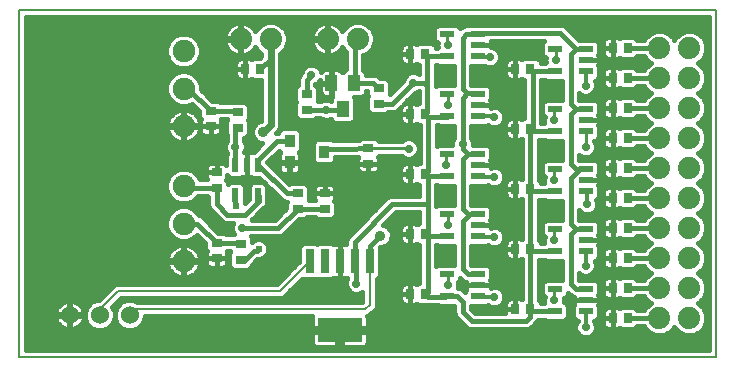
<source format=gtl>
G75*
G70*
%OFA0B0*%
%FSLAX24Y24*%
%IPPOS*%
%LPD*%
%AMOC8*
5,1,8,0,0,1.08239X$1,22.5*
%
%ADD10C,0.0080*%
%ADD11R,0.0276X0.0354*%
%ADD12C,0.0740*%
%ADD13C,0.0750*%
%ADD14R,0.0354X0.0276*%
%ADD15R,0.0472X0.0217*%
%ADD16R,0.0217X0.0472*%
%ADD17R,0.0394X0.0551*%
%ADD18R,0.0354X0.0433*%
%ADD19R,0.0300X0.0800*%
%ADD20R,0.1500X0.0790*%
%ADD21C,0.0600*%
%ADD22C,0.0160*%
%ADD23C,0.0280*%
%ADD24C,0.0100*%
%ADD25C,0.0240*%
%ADD26C,0.0120*%
%ADD27C,0.0356*%
%ADD28C,0.0240*%
D10*
X001620Y001620D02*
X001620Y013190D01*
X024862Y013190D01*
X024862Y001620D01*
X001620Y001620D01*
X004320Y003020D02*
X004320Y003220D01*
X004920Y003820D01*
X010320Y003820D01*
X011320Y004820D01*
X013320Y004820D02*
X013320Y003370D01*
X013170Y003220D01*
X005520Y003220D01*
X005320Y003020D01*
D11*
X014664Y003720D03*
X015176Y003720D03*
X018164Y003220D03*
X018676Y003220D03*
X021414Y002920D03*
X021926Y002920D03*
X021926Y003920D03*
X021414Y003920D03*
X021414Y004920D03*
X021926Y004920D03*
X021926Y005920D03*
X021414Y005920D03*
X021414Y006920D03*
X021926Y006920D03*
X021926Y007920D03*
X021414Y007920D03*
X021414Y008920D03*
X021926Y008920D03*
X021926Y009920D03*
X021414Y009920D03*
X021414Y010920D03*
X021926Y010920D03*
X021926Y011920D03*
X021414Y011920D03*
X018676Y011220D03*
X018164Y011220D03*
X015176Y011720D03*
X014664Y011720D03*
X014664Y009720D03*
X015176Y009720D03*
X018164Y009220D03*
X018676Y009220D03*
X015176Y007720D03*
X014664Y007720D03*
X018164Y007220D03*
X018676Y007220D03*
X015176Y005720D03*
X014664Y005720D03*
X018164Y005220D03*
X018676Y005220D03*
X009676Y011220D03*
X009164Y011220D03*
D12*
X009020Y012220D03*
X010020Y012220D03*
X011920Y012220D03*
X012920Y012220D03*
X022970Y011920D03*
X023970Y011920D03*
X023970Y010920D03*
X022970Y010920D03*
X022970Y009920D03*
X023970Y009920D03*
X023970Y008920D03*
X022970Y008920D03*
X022970Y007920D03*
X023970Y007920D03*
X023970Y006920D03*
X022970Y006920D03*
X022970Y005920D03*
X023970Y005920D03*
X023970Y004920D03*
X022970Y004920D03*
X022970Y003920D03*
X023970Y003920D03*
X023970Y002920D03*
X022970Y002920D03*
D13*
X007120Y004820D03*
X007120Y006070D03*
X007120Y007320D03*
X007120Y009320D03*
X007120Y010570D03*
X007120Y011820D03*
D14*
X008020Y009826D03*
X008920Y009776D03*
X008920Y009264D03*
X008020Y009314D03*
X008220Y007776D03*
X008220Y007264D03*
X010920Y007076D03*
X011820Y007076D03*
X011820Y006564D03*
X010920Y006564D03*
X009020Y005376D03*
X008220Y005426D03*
X008220Y004914D03*
X009020Y004864D03*
X013270Y008064D03*
X013270Y008576D03*
X011220Y009864D03*
X011220Y010376D03*
X013620Y010576D03*
X013620Y010064D03*
D15*
X015908Y010394D03*
X016932Y010394D03*
X016932Y010020D03*
X016932Y009646D03*
X015908Y009646D03*
X015908Y008394D03*
X016932Y008394D03*
X016932Y008020D03*
X016932Y007646D03*
X015908Y007646D03*
X015908Y006394D03*
X016932Y006394D03*
X016932Y006020D03*
X016932Y005646D03*
X015908Y005646D03*
X015908Y004394D03*
X016932Y004394D03*
X016932Y004020D03*
X016932Y003646D03*
X015908Y003646D03*
X019508Y003894D03*
X020532Y003894D03*
X020532Y003520D03*
X020532Y003146D03*
X019508Y003146D03*
X019508Y005146D03*
X020532Y005146D03*
X020532Y005520D03*
X020532Y005894D03*
X019508Y005894D03*
X019508Y007146D03*
X020532Y007146D03*
X020532Y007520D03*
X020532Y007894D03*
X019508Y007894D03*
X019508Y009146D03*
X020532Y009146D03*
X020532Y009520D03*
X020532Y009894D03*
X019508Y009894D03*
X019508Y011146D03*
X020532Y011146D03*
X020532Y011520D03*
X020532Y011894D03*
X019508Y011894D03*
X016932Y012020D03*
X016932Y012394D03*
X015908Y012394D03*
X015908Y011646D03*
X016932Y011646D03*
D16*
X009594Y008032D03*
X009220Y008032D03*
X008846Y008032D03*
X008846Y007008D03*
X009594Y007008D03*
D17*
X012420Y009887D03*
X012046Y010753D03*
X012794Y010753D03*
D18*
X010649Y008828D03*
X011791Y008470D03*
X010649Y008112D03*
D19*
X011320Y004820D03*
X011820Y004820D03*
X012320Y004820D03*
X012820Y004820D03*
X013320Y004820D03*
D20*
X012320Y002520D03*
D21*
X005320Y003020D03*
X004320Y003020D03*
X003320Y003020D03*
D22*
X003340Y003000D02*
X003340Y003040D01*
X003300Y003040D01*
X003300Y003500D01*
X003282Y003500D01*
X003208Y003488D01*
X003136Y003465D01*
X003068Y003431D01*
X003007Y003386D01*
X002954Y003333D01*
X002909Y003272D01*
X002875Y003204D01*
X002852Y003132D01*
X002840Y003058D01*
X002840Y003040D01*
X003300Y003040D01*
X003300Y003000D01*
X002840Y003000D01*
X002840Y002982D01*
X002852Y002908D01*
X002875Y002836D01*
X002909Y002768D01*
X002954Y002707D01*
X003007Y002654D01*
X003068Y002609D01*
X003136Y002575D01*
X003208Y002552D01*
X003282Y002540D01*
X003300Y002540D01*
X003300Y003000D01*
X003340Y003000D01*
X003800Y003000D01*
X003800Y002982D01*
X003788Y002908D01*
X003765Y002836D01*
X003731Y002768D01*
X003686Y002707D01*
X003633Y002654D01*
X003572Y002609D01*
X003504Y002575D01*
X003432Y002552D01*
X003358Y002540D01*
X003340Y002540D01*
X003340Y003000D01*
X003340Y003040D02*
X003800Y003040D01*
X003800Y003058D01*
X003788Y003132D01*
X003765Y003204D01*
X003731Y003272D01*
X003686Y003333D01*
X003633Y003386D01*
X003572Y003431D01*
X003504Y003465D01*
X003432Y003488D01*
X003358Y003500D01*
X003340Y003500D01*
X003340Y003040D01*
X003340Y003047D02*
X003300Y003047D01*
X003300Y003205D02*
X003340Y003205D01*
X003340Y003364D02*
X003300Y003364D01*
X002985Y003364D02*
X001860Y003364D01*
X001860Y003522D02*
X004283Y003522D01*
X004281Y003520D02*
X004221Y003520D01*
X004037Y003444D01*
X003896Y003303D01*
X003820Y003119D01*
X003820Y002921D01*
X003896Y002737D01*
X004037Y002596D01*
X004221Y002520D01*
X004419Y002520D01*
X004603Y002596D01*
X004744Y002737D01*
X004820Y002921D01*
X004896Y002737D01*
X005037Y002596D01*
X005221Y002520D01*
X005419Y002520D01*
X005603Y002596D01*
X005744Y002737D01*
X005820Y002921D01*
X005820Y002980D01*
X011401Y002980D01*
X011390Y002939D01*
X011390Y002600D01*
X012240Y002600D01*
X012240Y002440D01*
X012400Y002440D01*
X012400Y002600D01*
X013250Y002600D01*
X013250Y002939D01*
X013238Y002984D01*
X013236Y002988D01*
X013306Y003017D01*
X013456Y003167D01*
X013523Y003234D01*
X013560Y003322D01*
X013560Y004227D01*
X013670Y004337D01*
X013670Y005274D01*
X013688Y005292D01*
X013745Y005292D01*
X013884Y005349D01*
X013991Y005456D01*
X014048Y005595D01*
X014048Y005745D01*
X013991Y005884D01*
X013884Y005991D01*
X013780Y006034D01*
X014186Y006440D01*
X014970Y006440D01*
X014970Y006097D01*
X014955Y006097D01*
X014904Y006046D01*
X014871Y006065D01*
X014826Y006077D01*
X014664Y006077D01*
X014503Y006077D01*
X014457Y006065D01*
X014416Y006041D01*
X014382Y006008D01*
X014359Y005967D01*
X014346Y005921D01*
X014346Y005720D01*
X014346Y005519D01*
X014359Y005473D01*
X014382Y005432D01*
X014416Y005399D01*
X014457Y005375D01*
X014503Y005363D01*
X014664Y005363D01*
X014664Y005720D01*
X014346Y005720D01*
X014664Y005720D01*
X014664Y005720D01*
X014664Y005720D01*
X014664Y006077D01*
X014664Y005720D01*
X014664Y005720D01*
X014664Y005363D01*
X014826Y005363D01*
X014871Y005375D01*
X014904Y005394D01*
X014955Y005343D01*
X014970Y005343D01*
X014970Y004097D01*
X014955Y004097D01*
X014904Y004046D01*
X014871Y004065D01*
X014826Y004077D01*
X014664Y004077D01*
X014503Y004077D01*
X014457Y004065D01*
X014416Y004041D01*
X014382Y004008D01*
X014359Y003967D01*
X014346Y003921D01*
X014346Y003720D01*
X014346Y003519D01*
X014359Y003473D01*
X014382Y003432D01*
X014416Y003399D01*
X014457Y003375D01*
X014503Y003363D01*
X014664Y003363D01*
X014664Y003720D01*
X014346Y003720D01*
X014664Y003720D01*
X014664Y003720D01*
X014664Y003720D01*
X014664Y004077D01*
X014664Y003720D01*
X014664Y003720D01*
X014664Y003363D01*
X014826Y003363D01*
X014871Y003375D01*
X014904Y003394D01*
X014955Y003343D01*
X015213Y003343D01*
X015220Y003340D01*
X015587Y003340D01*
X015589Y003338D01*
X016140Y003338D01*
X016140Y003064D01*
X016183Y002961D01*
X016561Y002583D01*
X016664Y002540D01*
X018576Y002540D01*
X018679Y002583D01*
X018757Y002661D01*
X018907Y002811D01*
X018930Y002866D01*
X019161Y002866D01*
X019189Y002838D01*
X019827Y002838D01*
X019944Y002955D01*
X019944Y003337D01*
X019827Y003454D01*
X019810Y003454D01*
X019810Y003586D01*
X019827Y003586D01*
X019944Y003703D01*
X019944Y003750D01*
X020037Y003657D01*
X020116Y003624D01*
X020116Y003520D01*
X020116Y003388D01*
X020122Y003364D01*
X020096Y003337D01*
X020096Y002955D01*
X020213Y002838D01*
X020257Y002838D01*
X020232Y002813D01*
X020180Y002688D01*
X020180Y002552D01*
X020232Y002427D01*
X020327Y002332D01*
X020452Y002280D01*
X020588Y002280D01*
X020713Y002332D01*
X020808Y002427D01*
X020860Y002552D01*
X020860Y002688D01*
X020808Y002813D01*
X020783Y002838D01*
X020851Y002838D01*
X020968Y002955D01*
X020968Y003337D01*
X020941Y003364D01*
X020948Y003388D01*
X020948Y003520D01*
X020948Y003652D01*
X020941Y003676D01*
X020968Y003703D01*
X020968Y004085D01*
X020851Y004202D01*
X020300Y004202D01*
X020300Y004409D01*
X020327Y004382D01*
X020452Y004330D01*
X020588Y004330D01*
X020713Y004382D01*
X020808Y004477D01*
X020860Y004602D01*
X020860Y004738D01*
X020819Y004838D01*
X020851Y004838D01*
X020968Y004955D01*
X020968Y005337D01*
X020941Y005364D01*
X020948Y005388D01*
X020948Y005520D01*
X020948Y005652D01*
X020941Y005676D01*
X020968Y005703D01*
X020968Y006085D01*
X020851Y006202D01*
X020300Y006202D01*
X020300Y006509D01*
X020377Y006432D01*
X020502Y006380D01*
X020638Y006380D01*
X020763Y006432D01*
X020858Y006527D01*
X020910Y006652D01*
X020910Y006788D01*
X020878Y006865D01*
X020968Y006955D01*
X020968Y007337D01*
X020941Y007364D01*
X020948Y007388D01*
X020948Y007520D01*
X020948Y007652D01*
X020941Y007676D01*
X020968Y007703D01*
X020968Y008085D01*
X020851Y008202D01*
X020300Y008202D01*
X020300Y008359D01*
X020327Y008332D01*
X020452Y008280D01*
X020588Y008280D01*
X020713Y008332D01*
X020808Y008427D01*
X020860Y008552D01*
X020860Y008688D01*
X020808Y008813D01*
X020783Y008838D01*
X020851Y008838D01*
X020968Y008955D01*
X020968Y009337D01*
X020941Y009364D01*
X020948Y009388D01*
X020948Y009520D01*
X020948Y009652D01*
X020941Y009676D01*
X020968Y009703D01*
X020968Y010085D01*
X020851Y010202D01*
X020300Y010202D01*
X020300Y010409D01*
X020327Y010382D01*
X020452Y010330D01*
X020588Y010330D01*
X020713Y010382D01*
X020808Y010477D01*
X020860Y010602D01*
X020860Y010738D01*
X020819Y010838D01*
X020851Y010838D01*
X020968Y010955D01*
X020968Y011337D01*
X020941Y011364D01*
X020948Y011388D01*
X020948Y011520D01*
X020948Y011652D01*
X020941Y011676D01*
X020968Y011703D01*
X020968Y012085D01*
X020851Y012202D01*
X020282Y012202D01*
X019905Y012579D01*
X019827Y012657D01*
X019724Y012700D01*
X017253Y012700D01*
X017251Y012702D01*
X016613Y012702D01*
X016584Y012674D01*
X016488Y012674D01*
X016385Y012631D01*
X016342Y012588D01*
X016227Y012702D01*
X015589Y012702D01*
X015472Y012585D01*
X015472Y012203D01*
X015582Y012093D01*
X015580Y012088D01*
X015580Y011952D01*
X015582Y011947D01*
X015565Y011930D01*
X015514Y011930D01*
X015514Y011980D01*
X015397Y012097D01*
X014955Y012097D01*
X014904Y012046D01*
X014871Y012065D01*
X014826Y012077D01*
X014664Y012077D01*
X014503Y012077D01*
X014457Y012065D01*
X014416Y012041D01*
X014382Y012008D01*
X014359Y011967D01*
X014346Y011921D01*
X014346Y011720D01*
X014346Y011519D01*
X014359Y011473D01*
X014382Y011432D01*
X014416Y011399D01*
X014457Y011375D01*
X014503Y011363D01*
X014664Y011363D01*
X014664Y011720D01*
X014346Y011720D01*
X014664Y011720D01*
X014664Y011720D01*
X014664Y011720D01*
X014664Y012077D01*
X014664Y011720D01*
X014664Y011720D01*
X014664Y011363D01*
X014826Y011363D01*
X014871Y011375D01*
X014904Y011394D01*
X014955Y011343D01*
X014966Y011343D01*
X014966Y011055D01*
X014963Y011058D01*
X014838Y011110D01*
X014702Y011110D01*
X014577Y011058D01*
X014482Y010963D01*
X014430Y010838D01*
X014430Y010826D01*
X013997Y010393D01*
X013997Y010797D01*
X013880Y010914D01*
X013678Y010914D01*
X013601Y010990D01*
X013499Y011033D01*
X013191Y011033D01*
X013191Y011112D01*
X013100Y011202D01*
X013100Y011678D01*
X013243Y011737D01*
X013403Y011897D01*
X013490Y012107D01*
X013490Y012333D01*
X013403Y012543D01*
X013243Y012703D01*
X013033Y012790D01*
X012807Y012790D01*
X012597Y012703D01*
X012437Y012543D01*
X012408Y012474D01*
X012390Y012508D01*
X012340Y012578D01*
X012278Y012640D01*
X012208Y012690D01*
X012131Y012730D01*
X012049Y012756D01*
X011963Y012770D01*
X011940Y012770D01*
X011940Y012240D01*
X011900Y012240D01*
X011900Y012770D01*
X011877Y012770D01*
X011791Y012756D01*
X011709Y012730D01*
X011632Y012690D01*
X011562Y012640D01*
X011500Y012578D01*
X011450Y012508D01*
X011410Y012431D01*
X011384Y012349D01*
X011370Y012263D01*
X011370Y012240D01*
X011900Y012240D01*
X011900Y012200D01*
X011940Y012200D01*
X011940Y011670D01*
X011963Y011670D01*
X012049Y011684D01*
X012131Y011710D01*
X012208Y011750D01*
X012278Y011800D01*
X012340Y011862D01*
X012390Y011932D01*
X012408Y011966D01*
X012437Y011897D01*
X012540Y011794D01*
X012540Y011229D01*
X012514Y011229D01*
X012401Y011115D01*
X012387Y011139D01*
X012353Y011173D01*
X012312Y011196D01*
X012267Y011209D01*
X012064Y011209D01*
X012064Y010772D01*
X012028Y010772D01*
X012028Y011209D01*
X011825Y011209D01*
X011780Y011196D01*
X011739Y011173D01*
X011705Y011139D01*
X011696Y011123D01*
X011658Y011213D01*
X011563Y011308D01*
X011438Y011360D01*
X011302Y011360D01*
X011177Y011308D01*
X011082Y011213D01*
X011030Y011088D01*
X011030Y011076D01*
X010983Y011029D01*
X010940Y010926D01*
X010940Y010694D01*
X010843Y010597D01*
X010843Y010155D01*
X010878Y010120D01*
X010843Y010085D01*
X010843Y009643D01*
X010960Y009526D01*
X011480Y009526D01*
X011538Y009584D01*
X011669Y009584D01*
X011677Y009576D01*
X011802Y009524D01*
X011938Y009524D01*
X012023Y009560D01*
X012023Y009528D01*
X012140Y009411D01*
X012700Y009411D01*
X012817Y009528D01*
X012817Y010245D01*
X012785Y010277D01*
X013074Y010277D01*
X013191Y010395D01*
X013191Y010473D01*
X013243Y010473D01*
X013243Y010355D01*
X013278Y010320D01*
X013243Y010285D01*
X013243Y009843D01*
X013360Y009726D01*
X013880Y009726D01*
X013938Y009784D01*
X014120Y009784D01*
X014223Y009827D01*
X014357Y009961D01*
X014346Y009921D01*
X014346Y009720D01*
X014346Y009519D01*
X014359Y009473D01*
X014382Y009432D01*
X014416Y009399D01*
X014457Y009375D01*
X014503Y009363D01*
X014664Y009363D01*
X014664Y009720D01*
X014346Y009720D01*
X014664Y009720D01*
X014664Y009720D01*
X014664Y009720D01*
X014664Y010077D01*
X014503Y010077D01*
X014462Y010066D01*
X014826Y010430D01*
X014838Y010430D01*
X014963Y010482D01*
X014966Y010485D01*
X014966Y010097D01*
X014955Y010097D01*
X014904Y010046D01*
X014871Y010065D01*
X014826Y010077D01*
X014664Y010077D01*
X014664Y009720D01*
X014664Y009720D01*
X014664Y009363D01*
X014826Y009363D01*
X014871Y009375D01*
X014904Y009394D01*
X014955Y009343D01*
X014996Y009343D01*
X014996Y008097D01*
X014955Y008097D01*
X014904Y008046D01*
X014871Y008065D01*
X014826Y008077D01*
X014664Y008077D01*
X014503Y008077D01*
X014457Y008065D01*
X014416Y008041D01*
X014382Y008008D01*
X014359Y007967D01*
X014346Y007921D01*
X014346Y007720D01*
X014346Y007519D01*
X014359Y007473D01*
X014382Y007432D01*
X014416Y007399D01*
X014457Y007375D01*
X014503Y007363D01*
X014664Y007363D01*
X014664Y007720D01*
X014346Y007720D01*
X014664Y007720D01*
X014664Y007720D01*
X014664Y007720D01*
X014664Y008077D01*
X014664Y007720D01*
X014664Y007720D01*
X014664Y007363D01*
X014826Y007363D01*
X014871Y007375D01*
X014904Y007394D01*
X014955Y007343D01*
X014970Y007343D01*
X014970Y007000D01*
X014014Y007000D01*
X013911Y006957D01*
X013833Y006879D01*
X012583Y005629D01*
X012540Y005526D01*
X012540Y005387D01*
X012539Y005388D01*
X012494Y005400D01*
X012320Y005400D01*
X012320Y004820D01*
X012320Y004820D01*
X012320Y004240D01*
X012494Y004240D01*
X012539Y004252D01*
X012549Y004258D01*
X012571Y004236D01*
X012530Y004138D01*
X012530Y004002D01*
X012582Y003877D01*
X012677Y003782D01*
X012802Y003730D01*
X012938Y003730D01*
X013063Y003782D01*
X013080Y003799D01*
X013080Y003469D01*
X013071Y003460D01*
X005564Y003460D01*
X005419Y003520D01*
X005221Y003520D01*
X005037Y003444D01*
X004896Y003303D01*
X004820Y003119D01*
X004820Y002921D01*
X004820Y003119D01*
X004744Y003303D01*
X004743Y003304D01*
X005019Y003580D01*
X010368Y003580D01*
X010456Y003617D01*
X010523Y003684D01*
X011073Y004234D01*
X011087Y004220D01*
X011553Y004220D01*
X011570Y004237D01*
X011587Y004220D01*
X012053Y004220D01*
X012091Y004258D01*
X012101Y004252D01*
X012146Y004240D01*
X012320Y004240D01*
X012320Y004820D01*
X012320Y004820D01*
X012320Y005400D01*
X012146Y005400D01*
X012101Y005388D01*
X012091Y005382D01*
X012053Y005420D01*
X011587Y005420D01*
X011570Y005403D01*
X011553Y005420D01*
X011087Y005420D01*
X010970Y005303D01*
X010970Y004809D01*
X010221Y004060D01*
X004872Y004060D01*
X004784Y004023D01*
X004281Y003520D01*
X004441Y003681D02*
X001860Y003681D01*
X001860Y003839D02*
X004600Y003839D01*
X004758Y003998D02*
X001860Y003998D01*
X001860Y004156D02*
X010317Y004156D01*
X010475Y004315D02*
X007350Y004315D01*
X007333Y004306D02*
X007411Y004345D01*
X007482Y004397D01*
X007543Y004458D01*
X007595Y004529D01*
X007634Y004607D01*
X007661Y004690D01*
X007675Y004776D01*
X007675Y004800D01*
X007140Y004800D01*
X007140Y004840D01*
X007675Y004840D01*
X007675Y004864D01*
X007661Y004950D01*
X007634Y005033D01*
X007595Y005111D01*
X007543Y005182D01*
X007482Y005243D01*
X007411Y005295D01*
X007333Y005334D01*
X007250Y005361D01*
X007164Y005375D01*
X007140Y005375D01*
X007140Y004840D01*
X007100Y004840D01*
X007100Y005375D01*
X007076Y005375D01*
X006990Y005361D01*
X006907Y005334D01*
X006829Y005295D01*
X006758Y005243D01*
X006697Y005182D01*
X006645Y005111D01*
X006606Y005033D01*
X006579Y004950D01*
X006565Y004864D01*
X006565Y004840D01*
X007100Y004840D01*
X007100Y004800D01*
X007140Y004800D01*
X007140Y004265D01*
X007164Y004265D01*
X007250Y004279D01*
X007333Y004306D01*
X007140Y004315D02*
X007100Y004315D01*
X007100Y004265D02*
X007100Y004800D01*
X006565Y004800D01*
X006565Y004776D01*
X006579Y004690D01*
X006606Y004607D01*
X006645Y004529D01*
X006697Y004458D01*
X006758Y004397D01*
X006829Y004345D01*
X006907Y004306D01*
X006990Y004279D01*
X007076Y004265D01*
X007100Y004265D01*
X007100Y004473D02*
X007140Y004473D01*
X006890Y004315D02*
X001860Y004315D01*
X001860Y004473D02*
X006686Y004473D01*
X006598Y004632D02*
X001860Y004632D01*
X001860Y004790D02*
X006565Y004790D01*
X006578Y004949D02*
X001860Y004949D01*
X001860Y005107D02*
X006643Y005107D01*
X006789Y005266D02*
X001860Y005266D01*
X001860Y005424D02*
X007826Y005424D01*
X007843Y005407D02*
X007843Y005205D01*
X007894Y005154D01*
X007875Y005121D01*
X007863Y005076D01*
X007863Y004914D01*
X007863Y004753D01*
X007875Y004707D01*
X007899Y004666D01*
X007932Y004632D01*
X007973Y004609D01*
X008019Y004596D01*
X008220Y004596D01*
X008421Y004596D01*
X008467Y004609D01*
X008508Y004632D01*
X008541Y004666D01*
X008565Y004707D01*
X008577Y004753D01*
X008577Y004914D01*
X008220Y004914D01*
X008220Y004596D01*
X008220Y004914D01*
X008220Y004914D01*
X008220Y004914D01*
X007863Y004914D01*
X008220Y004914D01*
X008220Y004914D01*
X008577Y004914D01*
X008577Y005076D01*
X008565Y005121D01*
X008551Y005146D01*
X008652Y005146D01*
X008678Y005120D01*
X008643Y005085D01*
X008643Y004643D01*
X008760Y004526D01*
X009280Y004526D01*
X009397Y004643D01*
X009397Y004701D01*
X009580Y004884D01*
X009620Y004884D01*
X009658Y004900D01*
X009684Y004900D01*
X009801Y004949D01*
X009891Y005039D01*
X009940Y005156D01*
X009940Y005284D01*
X009891Y005401D01*
X009801Y005491D01*
X009684Y005540D01*
X009556Y005540D01*
X009439Y005491D01*
X009397Y005450D01*
X009397Y005597D01*
X009354Y005640D01*
X010332Y005640D01*
X010435Y005683D01*
X010978Y006226D01*
X011180Y006226D01*
X011238Y006284D01*
X011502Y006284D01*
X011560Y006226D01*
X012080Y006226D01*
X012197Y006343D01*
X012197Y006785D01*
X012146Y006836D01*
X012165Y006869D01*
X012177Y006914D01*
X012177Y007076D01*
X012177Y007237D01*
X012165Y007283D01*
X012141Y007324D01*
X012108Y007358D01*
X012067Y007381D01*
X012021Y007394D01*
X011820Y007394D01*
X011619Y007394D01*
X011573Y007381D01*
X011532Y007358D01*
X011499Y007324D01*
X011475Y007283D01*
X011463Y007237D01*
X011463Y007076D01*
X011820Y007076D01*
X011820Y007394D01*
X011820Y007076D01*
X011820Y007076D01*
X011820Y007076D01*
X012177Y007076D01*
X011820Y007076D01*
X011820Y007076D01*
X011463Y007076D01*
X011463Y006914D01*
X011475Y006869D01*
X011489Y006844D01*
X011286Y006844D01*
X011297Y006855D01*
X011297Y007297D01*
X011180Y007414D01*
X010660Y007414D01*
X010634Y007388D01*
X009909Y008113D01*
X010298Y008502D01*
X010345Y008456D01*
X010328Y008439D01*
X010304Y008398D01*
X010292Y008352D01*
X010292Y008120D01*
X010641Y008120D01*
X010641Y008103D01*
X010658Y008103D01*
X010658Y008120D01*
X011006Y008120D01*
X011006Y008352D01*
X010994Y008398D01*
X010970Y008439D01*
X010953Y008456D01*
X011026Y008529D01*
X011026Y009128D01*
X010909Y009245D01*
X010389Y009245D01*
X010272Y009128D01*
X010272Y009100D01*
X010203Y009100D01*
X010291Y009189D01*
X010340Y009306D01*
X010340Y011736D01*
X010343Y011737D01*
X010503Y011897D01*
X010590Y012107D01*
X010590Y012333D01*
X010503Y012543D01*
X010343Y012703D01*
X010133Y012790D01*
X009907Y012790D01*
X009697Y012703D01*
X009537Y012543D01*
X009508Y012474D01*
X009490Y012508D01*
X009440Y012578D01*
X009378Y012640D01*
X009308Y012690D01*
X009231Y012730D01*
X009149Y012756D01*
X009063Y012770D01*
X009040Y012770D01*
X009040Y012240D01*
X009000Y012240D01*
X009000Y012770D01*
X008977Y012770D01*
X008891Y012756D01*
X008809Y012730D01*
X008732Y012690D01*
X008662Y012640D01*
X008600Y012578D01*
X008550Y012508D01*
X008510Y012431D01*
X008484Y012349D01*
X008470Y012263D01*
X008470Y012240D01*
X009000Y012240D01*
X009000Y012200D01*
X009040Y012200D01*
X009040Y011670D01*
X009063Y011670D01*
X009149Y011684D01*
X009231Y011710D01*
X009308Y011750D01*
X009378Y011800D01*
X009440Y011862D01*
X009490Y011932D01*
X009508Y011966D01*
X009537Y011897D01*
X009697Y011737D01*
X009700Y011736D01*
X009700Y011640D01*
X009657Y011597D01*
X009455Y011597D01*
X009404Y011546D01*
X009371Y011565D01*
X009326Y011577D01*
X009164Y011577D01*
X009003Y011577D01*
X008957Y011565D01*
X008916Y011541D01*
X008882Y011508D01*
X008859Y011467D01*
X008846Y011421D01*
X008846Y011220D01*
X008846Y011019D01*
X008859Y010973D01*
X008882Y010932D01*
X008916Y010899D01*
X008957Y010875D01*
X009003Y010863D01*
X009164Y010863D01*
X009164Y011220D01*
X008846Y011220D01*
X009164Y011220D01*
X009164Y011220D01*
X009164Y011577D01*
X009164Y011220D01*
X009164Y011220D01*
X009164Y011220D01*
X009164Y010863D01*
X009326Y010863D01*
X009371Y010875D01*
X009404Y010894D01*
X009455Y010843D01*
X009700Y010843D01*
X009700Y009503D01*
X009696Y009498D01*
X009695Y009498D01*
X009556Y009441D01*
X009449Y009334D01*
X009392Y009195D01*
X009392Y009045D01*
X009449Y008906D01*
X009556Y008799D01*
X009695Y008742D01*
X009746Y008742D01*
X009472Y008468D01*
X009403Y008468D01*
X009376Y008441D01*
X009352Y008448D01*
X009220Y008448D01*
X009143Y008448D01*
X009186Y008552D01*
X009186Y008688D01*
X009134Y008813D01*
X009126Y008821D01*
X009126Y008926D01*
X009180Y008926D01*
X009297Y009043D01*
X009297Y009485D01*
X009262Y009520D01*
X009297Y009555D01*
X009297Y009997D01*
X009180Y010114D01*
X008660Y010114D01*
X008652Y010106D01*
X008338Y010106D01*
X008280Y010164D01*
X008078Y010164D01*
X007695Y010547D01*
X007695Y010684D01*
X007607Y010896D01*
X007446Y011057D01*
X007234Y011145D01*
X007006Y011145D01*
X006794Y011057D01*
X006633Y010896D01*
X006545Y010684D01*
X006545Y010456D01*
X006633Y010244D01*
X006794Y010083D01*
X007006Y009995D01*
X007234Y009995D01*
X007390Y010060D01*
X007643Y009807D01*
X007643Y009605D01*
X007694Y009554D01*
X007675Y009521D01*
X007663Y009476D01*
X007663Y009440D01*
X007661Y009450D01*
X007634Y009533D01*
X007595Y009611D01*
X007543Y009682D01*
X007482Y009743D01*
X007411Y009795D01*
X007333Y009834D01*
X007250Y009861D01*
X007164Y009875D01*
X007140Y009875D01*
X007140Y009340D01*
X007100Y009340D01*
X007100Y009875D01*
X007076Y009875D01*
X006990Y009861D01*
X006907Y009834D01*
X006829Y009795D01*
X006758Y009743D01*
X006697Y009682D01*
X006645Y009611D01*
X006606Y009533D01*
X006579Y009450D01*
X006565Y009364D01*
X006565Y009340D01*
X007100Y009340D01*
X007100Y009300D01*
X007140Y009300D01*
X007140Y009340D01*
X007663Y009340D01*
X007663Y009314D01*
X008020Y009314D01*
X008020Y008996D01*
X008221Y008996D01*
X008267Y009009D01*
X008308Y009032D01*
X008341Y009066D01*
X008365Y009107D01*
X008377Y009153D01*
X008377Y009314D01*
X008020Y009314D01*
X008020Y009314D01*
X008020Y008996D01*
X007819Y008996D01*
X007773Y009009D01*
X007732Y009032D01*
X007699Y009066D01*
X007675Y009107D01*
X007663Y009153D01*
X007663Y009200D01*
X007661Y009190D01*
X007634Y009107D01*
X007595Y009029D01*
X007543Y008958D01*
X007482Y008897D01*
X007411Y008845D01*
X007333Y008806D01*
X007250Y008779D01*
X007164Y008765D01*
X007140Y008765D01*
X007140Y009300D01*
X007663Y009300D01*
X007663Y009314D01*
X008020Y009314D01*
X008020Y009314D01*
X008020Y009314D01*
X008377Y009314D01*
X008377Y009476D01*
X008365Y009521D01*
X008351Y009546D01*
X008552Y009546D01*
X008578Y009520D01*
X008543Y009485D01*
X008543Y009043D01*
X008566Y009020D01*
X008566Y008821D01*
X008558Y008813D01*
X008506Y008688D01*
X008506Y008552D01*
X008558Y008427D01*
X008566Y008419D01*
X008566Y008379D01*
X008538Y008351D01*
X008538Y008028D01*
X008508Y008058D01*
X008467Y008081D01*
X008421Y008094D01*
X008220Y008094D01*
X008019Y008094D01*
X007973Y008081D01*
X007932Y008058D01*
X007899Y008024D01*
X007875Y007983D01*
X007863Y007937D01*
X007863Y007776D01*
X008220Y007776D01*
X008220Y008094D01*
X008220Y007776D01*
X008220Y007776D01*
X008220Y007776D01*
X007863Y007776D01*
X007863Y007614D01*
X007875Y007569D01*
X007889Y007544D01*
X007650Y007544D01*
X007607Y007646D01*
X007446Y007807D01*
X007234Y007895D01*
X007006Y007895D01*
X006794Y007807D01*
X006633Y007646D01*
X006545Y007434D01*
X006545Y007206D01*
X006633Y006994D01*
X006794Y006833D01*
X007006Y006745D01*
X007234Y006745D01*
X007446Y006833D01*
X007597Y006984D01*
X007902Y006984D01*
X007940Y006946D01*
X007940Y006664D01*
X007983Y006561D01*
X008333Y006211D01*
X008411Y006133D01*
X008514Y006090D01*
X008772Y006090D01*
X008730Y005988D01*
X008730Y005852D01*
X008782Y005727D01*
X008795Y005714D01*
X008760Y005714D01*
X008752Y005706D01*
X008538Y005706D01*
X008480Y005764D01*
X008278Y005764D01*
X007735Y006307D01*
X007632Y006350D01*
X007626Y006350D01*
X007607Y006396D01*
X007446Y006557D01*
X007234Y006645D01*
X007006Y006645D01*
X006794Y006557D01*
X006633Y006396D01*
X006545Y006184D01*
X006545Y005956D01*
X006633Y005744D01*
X006794Y005583D01*
X007006Y005495D01*
X007234Y005495D01*
X007446Y005583D01*
X007557Y005693D01*
X007843Y005407D01*
X007843Y005266D02*
X007451Y005266D01*
X007597Y005107D02*
X007871Y005107D01*
X007863Y004949D02*
X007662Y004949D01*
X007675Y004790D02*
X007863Y004790D01*
X007934Y004632D02*
X007642Y004632D01*
X007140Y004632D02*
X007100Y004632D01*
X007100Y004790D02*
X007140Y004790D01*
X007140Y004949D02*
X007100Y004949D01*
X007100Y005107D02*
X007140Y005107D01*
X007140Y005266D02*
X007100Y005266D01*
X006794Y005583D02*
X001860Y005583D01*
X001860Y005741D02*
X006636Y005741D01*
X006568Y005900D02*
X001860Y005900D01*
X001860Y006058D02*
X006545Y006058D01*
X006558Y006217D02*
X001860Y006217D01*
X001860Y006375D02*
X006624Y006375D01*
X006770Y006534D02*
X001860Y006534D01*
X001860Y006692D02*
X007940Y006692D01*
X007940Y006851D02*
X007464Y006851D01*
X007470Y006534D02*
X008011Y006534D01*
X008169Y006375D02*
X007616Y006375D01*
X007825Y006217D02*
X008328Y006217D01*
X008570Y006370D02*
X009170Y006370D01*
X009620Y006820D01*
X009620Y006982D01*
X009594Y007008D01*
X009286Y007009D02*
X009154Y007009D01*
X009154Y006851D02*
X009255Y006851D01*
X009286Y006882D02*
X009158Y006754D01*
X009154Y006762D01*
X009154Y007327D01*
X009037Y007444D01*
X008655Y007444D01*
X008597Y007387D01*
X008597Y007485D01*
X008546Y007536D01*
X008565Y007569D01*
X008577Y007614D01*
X008577Y007673D01*
X008655Y007596D01*
X009037Y007596D01*
X009064Y007622D01*
X009088Y007616D01*
X009220Y007616D01*
X009352Y007616D01*
X009376Y007622D01*
X009403Y007596D01*
X009634Y007596D01*
X010391Y006839D01*
X010494Y006796D01*
X010554Y006796D01*
X010543Y006785D01*
X010543Y006583D01*
X010160Y006200D01*
X009396Y006200D01*
X009768Y006572D01*
X009785Y006572D01*
X009902Y006689D01*
X009902Y007327D01*
X009785Y007444D01*
X009403Y007444D01*
X009286Y007327D01*
X009286Y006882D01*
X008846Y007008D02*
X008846Y006664D01*
X008850Y006660D01*
X008570Y006370D02*
X008220Y006720D01*
X008220Y007264D01*
X007176Y007264D01*
X007120Y007320D01*
X006545Y007326D02*
X001860Y007326D01*
X001860Y007168D02*
X006561Y007168D01*
X006626Y007009D02*
X001860Y007009D01*
X001860Y006851D02*
X006776Y006851D01*
X006566Y007485D02*
X001860Y007485D01*
X001860Y007643D02*
X006631Y007643D01*
X006788Y007802D02*
X001860Y007802D01*
X001860Y007960D02*
X007869Y007960D01*
X007863Y007802D02*
X007452Y007802D01*
X007609Y007643D02*
X007863Y007643D01*
X008220Y007802D02*
X008220Y007802D01*
X008220Y007960D02*
X008220Y007960D01*
X008538Y008119D02*
X001860Y008119D01*
X001860Y008277D02*
X008538Y008277D01*
X008554Y008436D02*
X001860Y008436D01*
X001860Y008594D02*
X008506Y008594D01*
X008533Y008753D02*
X001860Y008753D01*
X001860Y008911D02*
X006744Y008911D01*
X006758Y008897D02*
X006829Y008845D01*
X006907Y008806D01*
X006990Y008779D01*
X007076Y008765D01*
X007100Y008765D01*
X007100Y009300D01*
X006565Y009300D01*
X006565Y009276D01*
X006579Y009190D01*
X006606Y009107D01*
X006645Y009029D01*
X006697Y008958D01*
X006758Y008897D01*
X006625Y009070D02*
X001860Y009070D01*
X001860Y009228D02*
X006573Y009228D01*
X006569Y009387D02*
X001860Y009387D01*
X001860Y009545D02*
X006612Y009545D01*
X006719Y009704D02*
X001860Y009704D01*
X001860Y009862D02*
X006994Y009862D01*
X007100Y009862D02*
X007140Y009862D01*
X007246Y009862D02*
X007588Y009862D01*
X007643Y009704D02*
X007521Y009704D01*
X007628Y009545D02*
X007689Y009545D01*
X008020Y009826D02*
X008870Y009826D01*
X008920Y009776D01*
X009297Y009704D02*
X009700Y009704D01*
X009700Y009862D02*
X009297Y009862D01*
X009273Y010021D02*
X009700Y010021D01*
X009700Y010179D02*
X008063Y010179D01*
X007904Y010338D02*
X009700Y010338D01*
X009700Y010496D02*
X007746Y010496D01*
X007695Y010655D02*
X009700Y010655D01*
X009700Y010813D02*
X007642Y010813D01*
X007532Y010972D02*
X008860Y010972D01*
X009164Y010972D02*
X009164Y010972D01*
X009164Y011130D02*
X009164Y011130D01*
X009164Y011289D02*
X009164Y011289D01*
X009164Y011447D02*
X009164Y011447D01*
X009000Y011670D02*
X009000Y012200D01*
X008470Y012200D01*
X008470Y012177D01*
X008484Y012091D01*
X008510Y012009D01*
X008550Y011932D01*
X008600Y011862D01*
X008662Y011800D01*
X008732Y011750D01*
X008809Y011710D01*
X008891Y011684D01*
X008977Y011670D01*
X009000Y011670D01*
X009000Y011764D02*
X009040Y011764D01*
X009040Y011923D02*
X009000Y011923D01*
X009000Y012081D02*
X009040Y012081D01*
X009000Y012240D02*
X007514Y012240D01*
X007446Y012307D02*
X007607Y012146D01*
X007695Y011934D01*
X007695Y011706D01*
X007607Y011494D01*
X007446Y011333D01*
X007234Y011245D01*
X007006Y011245D01*
X006794Y011333D01*
X006633Y011494D01*
X006545Y011706D01*
X006545Y011934D01*
X006633Y012146D01*
X006794Y012307D01*
X007006Y012395D01*
X007234Y012395D01*
X007446Y012307D01*
X007634Y012081D02*
X008487Y012081D01*
X008556Y011923D02*
X007695Y011923D01*
X007695Y011764D02*
X008712Y011764D01*
X008853Y011447D02*
X007560Y011447D01*
X007654Y011606D02*
X009665Y011606D01*
X009670Y011764D02*
X009328Y011764D01*
X009484Y011923D02*
X009526Y011923D01*
X010020Y012220D02*
X010020Y011564D01*
X009676Y011220D01*
X010340Y011289D02*
X011158Y011289D01*
X011048Y011130D02*
X010340Y011130D01*
X010340Y010972D02*
X010959Y010972D01*
X010940Y010813D02*
X010340Y010813D01*
X010340Y010655D02*
X010901Y010655D01*
X010843Y010496D02*
X010340Y010496D01*
X010340Y010338D02*
X010843Y010338D01*
X010843Y010179D02*
X010340Y010179D01*
X010340Y010021D02*
X010843Y010021D01*
X010843Y009862D02*
X010340Y009862D01*
X010340Y009704D02*
X010843Y009704D01*
X010941Y009545D02*
X010340Y009545D01*
X010340Y009387D02*
X014437Y009387D01*
X014346Y009545D02*
X012817Y009545D01*
X012817Y009704D02*
X014346Y009704D01*
X014346Y009862D02*
X014258Y009862D01*
X014064Y010064D02*
X014770Y010770D01*
X015146Y010770D01*
X015246Y010670D01*
X015246Y009790D01*
X015176Y009720D01*
X015276Y009620D01*
X015276Y007820D01*
X015176Y007720D01*
X015250Y007646D01*
X015250Y006720D01*
X014070Y006720D01*
X012820Y005470D01*
X012820Y004820D01*
X012870Y004770D01*
X012870Y004070D01*
X012538Y004156D02*
X010995Y004156D01*
X010837Y003998D02*
X012532Y003998D01*
X012620Y003839D02*
X010678Y003839D01*
X010520Y003681D02*
X013080Y003681D01*
X013080Y003522D02*
X004961Y003522D01*
X004956Y003364D02*
X004803Y003364D01*
X004785Y003205D02*
X004855Y003205D01*
X004820Y003047D02*
X004820Y003047D01*
X004807Y002888D02*
X004833Y002888D01*
X004903Y002730D02*
X004737Y002730D01*
X004543Y002571D02*
X005097Y002571D01*
X005543Y002571D02*
X012240Y002571D01*
X012240Y002440D02*
X011390Y002440D01*
X011390Y002101D01*
X011402Y002056D01*
X011426Y002014D01*
X011459Y001981D01*
X011501Y001957D01*
X011546Y001945D01*
X012240Y001945D01*
X012240Y002440D01*
X012240Y002413D02*
X012400Y002413D01*
X012400Y002440D02*
X012400Y001945D01*
X013094Y001945D01*
X013139Y001957D01*
X013181Y001981D01*
X013214Y002014D01*
X013238Y002056D01*
X013250Y002101D01*
X013250Y002440D01*
X012400Y002440D01*
X012400Y002571D02*
X016589Y002571D01*
X016415Y002730D02*
X013250Y002730D01*
X013250Y002888D02*
X016256Y002888D01*
X016147Y003047D02*
X013336Y003047D01*
X013494Y003205D02*
X016140Y003205D01*
X016420Y003120D02*
X016720Y002820D01*
X018520Y002820D01*
X018670Y002970D01*
X018670Y003214D01*
X018676Y003220D01*
X018676Y005220D01*
X018676Y007220D01*
X018676Y009220D01*
X018750Y009294D01*
X018750Y011146D01*
X018676Y011220D01*
X018750Y011146D02*
X019508Y011146D01*
X019740Y010838D02*
X019189Y010838D01*
X019161Y010866D01*
X019030Y010866D01*
X019030Y009426D01*
X019141Y009426D01*
X019130Y009452D01*
X019130Y009588D01*
X019147Y009628D01*
X019072Y009703D01*
X019072Y010085D01*
X019189Y010202D01*
X019740Y010202D01*
X019740Y010838D01*
X019740Y010813D02*
X019030Y010813D01*
X019030Y010655D02*
X019740Y010655D01*
X019740Y010496D02*
X019030Y010496D01*
X019030Y010338D02*
X019740Y010338D01*
X020020Y010070D02*
X020020Y011720D01*
X020194Y011894D01*
X019668Y012420D01*
X016958Y012420D01*
X016932Y012394D01*
X016544Y012394D01*
X016420Y012270D01*
X016420Y010570D01*
X016570Y010420D01*
X016420Y010270D01*
X016420Y008720D01*
X016420Y008570D01*
X016596Y008394D01*
X016420Y008218D01*
X016420Y006570D01*
X016596Y006394D01*
X016670Y006394D01*
X016420Y006144D01*
X016420Y004570D01*
X016596Y004394D01*
X016932Y004394D01*
X016700Y004702D02*
X016700Y005338D01*
X017251Y005338D01*
X017261Y005348D01*
X017277Y005332D01*
X017402Y005280D01*
X017538Y005280D01*
X017663Y005332D01*
X017758Y005427D01*
X017810Y005552D01*
X017810Y005688D01*
X017758Y005813D01*
X017663Y005908D01*
X017538Y005960D01*
X017402Y005960D01*
X017348Y005937D01*
X017348Y006020D01*
X017348Y006152D01*
X017341Y006176D01*
X017368Y006203D01*
X017368Y006585D01*
X017251Y006702D01*
X016700Y006702D01*
X016700Y007338D01*
X017251Y007338D01*
X017261Y007348D01*
X017277Y007332D01*
X017402Y007280D01*
X017538Y007280D01*
X017663Y007332D01*
X017758Y007427D01*
X017810Y007552D01*
X017810Y007688D01*
X017758Y007813D01*
X017663Y007908D01*
X017538Y007960D01*
X017402Y007960D01*
X017348Y007937D01*
X017348Y008020D01*
X017348Y008152D01*
X017341Y008176D01*
X017368Y008203D01*
X017368Y008585D01*
X017251Y008702D01*
X016760Y008702D01*
X016760Y008788D01*
X016708Y008913D01*
X016700Y008921D01*
X016700Y009338D01*
X017251Y009338D01*
X017261Y009348D01*
X017277Y009332D01*
X017402Y009280D01*
X017538Y009280D01*
X017663Y009332D01*
X017758Y009427D01*
X017810Y009552D01*
X017810Y009688D01*
X017758Y009813D01*
X017663Y009908D01*
X017538Y009960D01*
X017402Y009960D01*
X017348Y009937D01*
X017348Y010020D01*
X017348Y010152D01*
X017341Y010176D01*
X017368Y010203D01*
X017368Y010585D01*
X017251Y010702D01*
X016700Y010702D01*
X016700Y011338D01*
X017121Y011338D01*
X017127Y011332D01*
X017252Y011280D01*
X017388Y011280D01*
X017513Y011332D01*
X017608Y011427D01*
X017660Y011552D01*
X017660Y011688D01*
X017608Y011813D01*
X017513Y011908D01*
X017388Y011960D01*
X017348Y011960D01*
X017348Y012020D01*
X017348Y012140D01*
X019127Y012140D01*
X019072Y012085D01*
X019072Y011703D01*
X019182Y011593D01*
X019180Y011588D01*
X019180Y011452D01*
X019182Y011447D01*
X019014Y011447D01*
X019014Y011426D02*
X019014Y011480D01*
X018897Y011597D01*
X018455Y011597D01*
X018404Y011546D01*
X018371Y011565D01*
X018326Y011577D01*
X018164Y011577D01*
X018003Y011577D01*
X017957Y011565D01*
X017916Y011541D01*
X017882Y011508D01*
X017859Y011467D01*
X017846Y011421D01*
X017846Y011220D01*
X017846Y011019D01*
X017859Y010973D01*
X017882Y010932D01*
X017916Y010899D01*
X017957Y010875D01*
X018003Y010863D01*
X018164Y010863D01*
X018164Y011220D01*
X017846Y011220D01*
X018164Y011220D01*
X018164Y011220D01*
X018164Y011220D01*
X018164Y011577D01*
X018164Y011220D01*
X018164Y011220D01*
X018164Y010863D01*
X018326Y010863D01*
X018371Y010875D01*
X018404Y010894D01*
X018455Y010843D01*
X018470Y010843D01*
X018470Y009597D01*
X018455Y009597D01*
X018404Y009546D01*
X018371Y009565D01*
X018326Y009577D01*
X018164Y009577D01*
X018003Y009577D01*
X017957Y009565D01*
X017916Y009541D01*
X017882Y009508D01*
X017859Y009467D01*
X017846Y009421D01*
X017846Y009220D01*
X017846Y009019D01*
X017859Y008973D01*
X017882Y008932D01*
X017916Y008899D01*
X017957Y008875D01*
X018003Y008863D01*
X018164Y008863D01*
X018164Y009220D01*
X017846Y009220D01*
X018164Y009220D01*
X018164Y009220D01*
X018164Y009220D01*
X018164Y009577D01*
X018164Y009220D01*
X018164Y009220D01*
X018164Y008863D01*
X018326Y008863D01*
X018371Y008875D01*
X018396Y008889D01*
X018396Y007551D01*
X018371Y007565D01*
X018326Y007577D01*
X018164Y007577D01*
X018003Y007577D01*
X017957Y007565D01*
X017916Y007541D01*
X017882Y007508D01*
X017859Y007467D01*
X017846Y007421D01*
X017846Y007220D01*
X017846Y007019D01*
X017859Y006973D01*
X017882Y006932D01*
X017916Y006899D01*
X017957Y006875D01*
X018003Y006863D01*
X018164Y006863D01*
X018164Y007220D01*
X017846Y007220D01*
X018164Y007220D01*
X018164Y007220D01*
X018164Y007220D01*
X018164Y007577D01*
X018164Y007220D01*
X018164Y007220D01*
X018164Y006863D01*
X018326Y006863D01*
X018371Y006875D01*
X018396Y006889D01*
X018396Y005551D01*
X018371Y005565D01*
X018326Y005577D01*
X018164Y005577D01*
X018003Y005577D01*
X017957Y005565D01*
X017916Y005541D01*
X017882Y005508D01*
X017859Y005467D01*
X017846Y005421D01*
X017846Y005220D01*
X017846Y005019D01*
X017859Y004973D01*
X017882Y004932D01*
X017916Y004899D01*
X017957Y004875D01*
X018003Y004863D01*
X018164Y004863D01*
X018164Y005220D01*
X017846Y005220D01*
X018164Y005220D01*
X018164Y005220D01*
X018164Y005220D01*
X018164Y005577D01*
X018164Y005220D01*
X018164Y005220D01*
X018164Y004863D01*
X018326Y004863D01*
X018371Y004875D01*
X018396Y004889D01*
X018396Y003551D01*
X018371Y003565D01*
X018326Y003577D01*
X018164Y003577D01*
X018003Y003577D01*
X017957Y003565D01*
X017916Y003541D01*
X017882Y003508D01*
X017859Y003467D01*
X017846Y003421D01*
X017846Y003220D01*
X017846Y003100D01*
X016836Y003100D01*
X016700Y003236D01*
X016700Y003338D01*
X017251Y003338D01*
X017261Y003348D01*
X017277Y003332D01*
X017402Y003280D01*
X017538Y003280D01*
X017663Y003332D01*
X017758Y003427D01*
X017810Y003552D01*
X017810Y003688D01*
X017758Y003813D01*
X017663Y003908D01*
X017538Y003960D01*
X017402Y003960D01*
X017348Y003937D01*
X017348Y004020D01*
X017348Y004152D01*
X017341Y004176D01*
X017368Y004203D01*
X017368Y004585D01*
X017251Y004702D01*
X016700Y004702D01*
X016700Y004790D02*
X018396Y004790D01*
X018396Y004632D02*
X017322Y004632D01*
X017368Y004473D02*
X018396Y004473D01*
X018396Y004315D02*
X017368Y004315D01*
X017347Y004156D02*
X018396Y004156D01*
X018396Y003998D02*
X017348Y003998D01*
X017348Y004020D02*
X016932Y004020D01*
X017348Y004020D01*
X017732Y003839D02*
X018396Y003839D01*
X018396Y003681D02*
X017810Y003681D01*
X017797Y003522D02*
X017897Y003522D01*
X017846Y003364D02*
X017694Y003364D01*
X017846Y003220D02*
X018164Y003220D01*
X017846Y003220D01*
X017846Y003205D02*
X016731Y003205D01*
X016420Y003120D02*
X016420Y003470D01*
X016244Y003646D01*
X015908Y003646D01*
X015846Y003646D01*
X015820Y003620D01*
X015276Y003620D01*
X015176Y003720D01*
X015250Y003794D01*
X015250Y005646D01*
X015176Y005720D01*
X015250Y005794D01*
X015250Y006720D01*
X015530Y006692D02*
X015579Y006692D01*
X015589Y006702D02*
X015530Y006643D01*
X015530Y007366D01*
X015561Y007366D01*
X015589Y007338D01*
X016140Y007338D01*
X016140Y006702D01*
X015589Y006702D01*
X015530Y006851D02*
X016140Y006851D01*
X016140Y007009D02*
X015530Y007009D01*
X015530Y007168D02*
X016140Y007168D01*
X016140Y007326D02*
X015530Y007326D01*
X015250Y007646D02*
X015908Y007646D01*
X016700Y007326D02*
X017291Y007326D01*
X017649Y007326D02*
X017846Y007326D01*
X017846Y007168D02*
X016700Y007168D01*
X016700Y007009D02*
X017849Y007009D01*
X018164Y007009D02*
X018164Y007009D01*
X018164Y007168D02*
X018164Y007168D01*
X018164Y007326D02*
X018164Y007326D01*
X018164Y007485D02*
X018164Y007485D01*
X018396Y007643D02*
X017810Y007643D01*
X017782Y007485D02*
X017869Y007485D01*
X018676Y007220D02*
X018750Y007146D01*
X019508Y007146D01*
X019740Y006838D02*
X019189Y006838D01*
X019161Y006866D01*
X018956Y006866D01*
X018956Y005538D01*
X019014Y005480D01*
X019014Y005426D01*
X019141Y005426D01*
X019130Y005452D01*
X019130Y005588D01*
X019147Y005628D01*
X019072Y005703D01*
X019072Y006085D01*
X019189Y006202D01*
X019740Y006202D01*
X019740Y006838D01*
X019740Y006692D02*
X018956Y006692D01*
X018956Y006534D02*
X019740Y006534D01*
X019740Y006375D02*
X018956Y006375D01*
X018956Y006217D02*
X019740Y006217D01*
X020020Y006070D02*
X020020Y007594D01*
X020320Y007894D01*
X020196Y007894D01*
X020020Y008070D01*
X020020Y009718D01*
X020196Y009894D01*
X020020Y010070D01*
X020196Y009894D02*
X020532Y009894D01*
X020968Y009862D02*
X021096Y009862D01*
X021096Y009920D02*
X021096Y009719D01*
X021109Y009673D01*
X021132Y009632D01*
X021166Y009599D01*
X021207Y009575D01*
X021253Y009563D01*
X021414Y009563D01*
X021414Y009920D01*
X021096Y009920D01*
X021414Y009920D01*
X021414Y009920D01*
X021414Y009920D01*
X021414Y010277D01*
X021253Y010277D01*
X021207Y010265D01*
X021166Y010241D01*
X021132Y010208D01*
X021109Y010167D01*
X021096Y010121D01*
X021096Y009920D01*
X021096Y010021D02*
X020968Y010021D01*
X020874Y010179D02*
X021116Y010179D01*
X021414Y010179D02*
X021414Y010179D01*
X021414Y010277D02*
X021576Y010277D01*
X021621Y010265D01*
X021654Y010246D01*
X021705Y010297D01*
X022147Y010297D01*
X022244Y010200D01*
X022469Y010200D01*
X022487Y010243D01*
X022647Y010403D01*
X022688Y010420D01*
X022647Y010437D01*
X022487Y010597D01*
X022469Y010640D01*
X022244Y010640D01*
X022147Y010543D01*
X021705Y010543D01*
X021654Y010594D01*
X021621Y010575D01*
X021576Y010563D01*
X021414Y010563D01*
X021414Y010920D01*
X021096Y010920D01*
X021414Y010920D01*
X021414Y010920D01*
X021414Y010920D01*
X021414Y011277D01*
X021253Y011277D01*
X021207Y011265D01*
X021166Y011241D01*
X021132Y011208D01*
X021109Y011167D01*
X021096Y011121D01*
X021096Y010920D01*
X021096Y010719D01*
X021109Y010673D01*
X021132Y010632D01*
X021166Y010599D01*
X021207Y010575D01*
X021253Y010563D01*
X021414Y010563D01*
X021414Y010920D01*
X021414Y010920D01*
X021414Y011277D01*
X021576Y011277D01*
X021621Y011265D01*
X021654Y011246D01*
X021705Y011297D01*
X022147Y011297D01*
X022244Y011200D01*
X022469Y011200D01*
X022487Y011243D01*
X022647Y011403D01*
X022688Y011420D01*
X022647Y011437D01*
X022487Y011597D01*
X022469Y011640D01*
X022244Y011640D01*
X022147Y011543D01*
X021705Y011543D01*
X021654Y011594D01*
X021621Y011575D01*
X021576Y011563D01*
X021414Y011563D01*
X021414Y011920D01*
X021096Y011920D01*
X021414Y011920D01*
X021414Y011920D01*
X021414Y011920D01*
X021414Y012277D01*
X021253Y012277D01*
X021207Y012265D01*
X021166Y012241D01*
X021132Y012208D01*
X021109Y012167D01*
X021096Y012121D01*
X021096Y011920D01*
X021096Y011719D01*
X021109Y011673D01*
X021132Y011632D01*
X021166Y011599D01*
X021207Y011575D01*
X021253Y011563D01*
X021414Y011563D01*
X021414Y011920D01*
X021414Y011920D01*
X021414Y012277D01*
X021576Y012277D01*
X021621Y012265D01*
X021654Y012246D01*
X021705Y012297D01*
X022147Y012297D01*
X022244Y012200D01*
X022469Y012200D01*
X022487Y012243D01*
X022647Y012403D01*
X022857Y012490D01*
X023083Y012490D01*
X023293Y012403D01*
X023453Y012243D01*
X023470Y012202D01*
X023487Y012243D01*
X023647Y012403D01*
X023857Y012490D01*
X024083Y012490D01*
X024293Y012403D01*
X024453Y012243D01*
X024540Y012033D01*
X024540Y011807D01*
X024453Y011597D01*
X024293Y011437D01*
X024252Y011420D01*
X024293Y011403D01*
X024453Y011243D01*
X024540Y011033D01*
X024540Y010807D01*
X024453Y010597D01*
X024293Y010437D01*
X024252Y010420D01*
X024293Y010403D01*
X024453Y010243D01*
X024540Y010033D01*
X024540Y009807D01*
X024453Y009597D01*
X024293Y009437D01*
X024252Y009420D01*
X024293Y009403D01*
X024453Y009243D01*
X024540Y009033D01*
X024540Y008807D01*
X024453Y008597D01*
X024293Y008437D01*
X024252Y008420D01*
X024293Y008403D01*
X024453Y008243D01*
X024540Y008033D01*
X024540Y007807D01*
X024453Y007597D01*
X024293Y007437D01*
X024252Y007420D01*
X024293Y007403D01*
X024453Y007243D01*
X024540Y007033D01*
X024540Y006807D01*
X024453Y006597D01*
X024293Y006437D01*
X024252Y006420D01*
X024293Y006403D01*
X024453Y006243D01*
X024540Y006033D01*
X024540Y005807D01*
X024453Y005597D01*
X024293Y005437D01*
X024252Y005420D01*
X024293Y005403D01*
X024453Y005243D01*
X024540Y005033D01*
X024540Y004807D01*
X024453Y004597D01*
X024293Y004437D01*
X024252Y004420D01*
X024293Y004403D01*
X024453Y004243D01*
X024540Y004033D01*
X024540Y003807D01*
X024453Y003597D01*
X024293Y003437D01*
X024252Y003420D01*
X024293Y003403D01*
X024453Y003243D01*
X024540Y003033D01*
X024540Y002807D01*
X024453Y002597D01*
X024293Y002437D01*
X024083Y002350D01*
X023857Y002350D01*
X023647Y002437D01*
X023487Y002597D01*
X023470Y002638D01*
X023453Y002597D01*
X023293Y002437D01*
X023083Y002350D01*
X022857Y002350D01*
X022647Y002437D01*
X022487Y002597D01*
X022469Y002640D01*
X022244Y002640D01*
X022147Y002543D01*
X021705Y002543D01*
X021654Y002594D01*
X021621Y002575D01*
X021576Y002563D01*
X021414Y002563D01*
X021414Y002920D01*
X021096Y002920D01*
X021414Y002920D01*
X021414Y002920D01*
X021414Y002920D01*
X021414Y003277D01*
X021253Y003277D01*
X021207Y003265D01*
X021166Y003241D01*
X021132Y003208D01*
X021109Y003167D01*
X021096Y003121D01*
X021096Y002920D01*
X021096Y002719D01*
X021109Y002673D01*
X021132Y002632D01*
X021166Y002599D01*
X021207Y002575D01*
X021253Y002563D01*
X021414Y002563D01*
X021414Y002920D01*
X021414Y002920D01*
X021414Y003277D01*
X021576Y003277D01*
X021621Y003265D01*
X021654Y003246D01*
X021705Y003297D01*
X022147Y003297D01*
X022244Y003200D01*
X022469Y003200D01*
X022487Y003243D01*
X022647Y003403D01*
X022688Y003420D01*
X022647Y003437D01*
X022487Y003597D01*
X022469Y003640D01*
X022244Y003640D01*
X022147Y003543D01*
X021705Y003543D01*
X021654Y003594D01*
X021621Y003575D01*
X021576Y003563D01*
X021414Y003563D01*
X021414Y003920D01*
X021096Y003920D01*
X021414Y003920D01*
X021414Y003920D01*
X021414Y003920D01*
X021414Y004277D01*
X021253Y004277D01*
X021207Y004265D01*
X021166Y004241D01*
X021132Y004208D01*
X021109Y004167D01*
X021096Y004121D01*
X021096Y003920D01*
X021096Y003719D01*
X021109Y003673D01*
X021132Y003632D01*
X021166Y003599D01*
X021207Y003575D01*
X021253Y003563D01*
X021414Y003563D01*
X021414Y003920D01*
X021414Y003920D01*
X021414Y004277D01*
X021576Y004277D01*
X021621Y004265D01*
X021654Y004246D01*
X021705Y004297D01*
X022147Y004297D01*
X022244Y004200D01*
X022469Y004200D01*
X022487Y004243D01*
X022647Y004403D01*
X022688Y004420D01*
X022647Y004437D01*
X022487Y004597D01*
X022469Y004640D01*
X022244Y004640D01*
X022147Y004543D01*
X021705Y004543D01*
X021654Y004594D01*
X021621Y004575D01*
X021576Y004563D01*
X021414Y004563D01*
X021414Y004920D01*
X021096Y004920D01*
X021414Y004920D01*
X021414Y004920D01*
X021414Y004920D01*
X021414Y005277D01*
X021253Y005277D01*
X021207Y005265D01*
X021166Y005241D01*
X021132Y005208D01*
X021109Y005167D01*
X021096Y005121D01*
X021096Y004920D01*
X021096Y004719D01*
X021109Y004673D01*
X021132Y004632D01*
X021166Y004599D01*
X021207Y004575D01*
X021253Y004563D01*
X021414Y004563D01*
X021414Y004920D01*
X021414Y004920D01*
X021414Y005277D01*
X021576Y005277D01*
X021621Y005265D01*
X021654Y005246D01*
X021705Y005297D01*
X022147Y005297D01*
X022244Y005200D01*
X022469Y005200D01*
X022487Y005243D01*
X022647Y005403D01*
X022688Y005420D01*
X022647Y005437D01*
X022487Y005597D01*
X022469Y005640D01*
X022244Y005640D01*
X022147Y005543D01*
X021705Y005543D01*
X021654Y005594D01*
X021621Y005575D01*
X021576Y005563D01*
X021414Y005563D01*
X021414Y005920D01*
X021096Y005920D01*
X021414Y005920D01*
X021414Y005920D01*
X021414Y005920D01*
X021414Y006277D01*
X021253Y006277D01*
X021207Y006265D01*
X021166Y006241D01*
X021132Y006208D01*
X021109Y006167D01*
X021096Y006121D01*
X021096Y005920D01*
X021096Y005719D01*
X021109Y005673D01*
X021132Y005632D01*
X021166Y005599D01*
X021207Y005575D01*
X021253Y005563D01*
X021414Y005563D01*
X021414Y005920D01*
X021414Y005920D01*
X021414Y006277D01*
X021576Y006277D01*
X021621Y006265D01*
X021654Y006246D01*
X021705Y006297D01*
X022147Y006297D01*
X022244Y006200D01*
X022469Y006200D01*
X022487Y006243D01*
X022647Y006403D01*
X022688Y006420D01*
X022647Y006437D01*
X022487Y006597D01*
X022469Y006640D01*
X022244Y006640D01*
X022147Y006543D01*
X021705Y006543D01*
X021654Y006594D01*
X021621Y006575D01*
X021576Y006563D01*
X021414Y006563D01*
X021414Y006920D01*
X021096Y006920D01*
X021414Y006920D01*
X021414Y006920D01*
X021414Y006920D01*
X021414Y007277D01*
X021253Y007277D01*
X021207Y007265D01*
X021166Y007241D01*
X021132Y007208D01*
X021109Y007167D01*
X021109Y007168D02*
X020968Y007168D01*
X021096Y007121D02*
X021096Y006920D01*
X021096Y006719D01*
X021109Y006673D01*
X021132Y006632D01*
X021166Y006599D01*
X021207Y006575D01*
X021253Y006563D01*
X021414Y006563D01*
X021414Y006920D01*
X021414Y006920D01*
X021414Y007277D01*
X021576Y007277D01*
X021621Y007265D01*
X021654Y007246D01*
X021705Y007297D01*
X022147Y007297D01*
X022244Y007200D01*
X022469Y007200D01*
X022487Y007243D01*
X022647Y007403D01*
X022688Y007420D01*
X022647Y007437D01*
X022487Y007597D01*
X022469Y007640D01*
X022244Y007640D01*
X022147Y007543D01*
X021705Y007543D01*
X021654Y007594D01*
X021621Y007575D01*
X021576Y007563D01*
X021414Y007563D01*
X021414Y007920D01*
X021096Y007920D01*
X021414Y007920D01*
X021414Y007920D01*
X021414Y007920D01*
X021414Y008277D01*
X021414Y008277D01*
X021253Y008277D01*
X021207Y008265D01*
X021166Y008241D01*
X021132Y008208D01*
X021109Y008167D01*
X021096Y008121D01*
X021096Y007920D01*
X021096Y007719D01*
X021109Y007673D01*
X021132Y007632D01*
X021166Y007599D01*
X021207Y007575D01*
X021253Y007563D01*
X021414Y007563D01*
X021414Y007920D01*
X021414Y007920D01*
X021414Y008277D01*
X021576Y008277D01*
X021685Y008277D01*
X021705Y008297D02*
X021654Y008246D01*
X021621Y008265D01*
X021576Y008277D01*
X021705Y008297D02*
X022147Y008297D01*
X022244Y008200D01*
X022469Y008200D01*
X022487Y008243D01*
X022647Y008403D01*
X022688Y008420D01*
X022647Y008437D01*
X022487Y008597D01*
X022469Y008640D01*
X022244Y008640D01*
X022147Y008543D01*
X021705Y008543D01*
X021654Y008594D01*
X021621Y008575D01*
X021576Y008563D01*
X021414Y008563D01*
X021414Y008920D01*
X021096Y008920D01*
X021414Y008920D01*
X021414Y008920D01*
X021414Y008920D01*
X021414Y009277D01*
X021253Y009277D01*
X021207Y009265D01*
X021166Y009241D01*
X021132Y009208D01*
X021109Y009167D01*
X021096Y009121D01*
X021096Y008920D01*
X021096Y008719D01*
X021109Y008673D01*
X021132Y008632D01*
X021166Y008599D01*
X021207Y008575D01*
X021253Y008563D01*
X021414Y008563D01*
X021414Y008920D01*
X021414Y008920D01*
X021414Y009277D01*
X021576Y009277D01*
X021621Y009265D01*
X021654Y009246D01*
X021705Y009297D01*
X022147Y009297D01*
X022244Y009200D01*
X022469Y009200D01*
X022487Y009243D01*
X022647Y009403D01*
X022688Y009420D01*
X022647Y009437D01*
X022487Y009597D01*
X022469Y009640D01*
X022244Y009640D01*
X022147Y009543D01*
X021705Y009543D01*
X021654Y009594D01*
X021621Y009575D01*
X021576Y009563D01*
X021414Y009563D01*
X021414Y009920D01*
X021414Y009920D01*
X021414Y010277D01*
X021414Y010021D02*
X021414Y010021D01*
X021414Y009862D02*
X021414Y009862D01*
X021414Y009704D02*
X021414Y009704D01*
X021100Y009704D02*
X020968Y009704D01*
X020948Y009545D02*
X021703Y009545D01*
X021926Y009920D02*
X022970Y009920D01*
X022539Y009545D02*
X022149Y009545D01*
X022630Y009387D02*
X020948Y009387D01*
X020948Y009520D02*
X020532Y009520D01*
X020948Y009520D01*
X020532Y009520D02*
X020532Y009520D01*
X020968Y009228D02*
X021153Y009228D01*
X021096Y009070D02*
X020968Y009070D01*
X020924Y008911D02*
X021096Y008911D01*
X021096Y008753D02*
X020833Y008753D01*
X020860Y008594D02*
X021174Y008594D01*
X021414Y008594D02*
X021414Y008594D01*
X021414Y008753D02*
X021414Y008753D01*
X021414Y008911D02*
X021414Y008911D01*
X021414Y009070D02*
X021414Y009070D01*
X021414Y009228D02*
X021414Y009228D01*
X021926Y008920D02*
X022970Y008920D01*
X022481Y009228D02*
X022216Y009228D01*
X022198Y008594D02*
X022490Y008594D01*
X022650Y008436D02*
X020812Y008436D01*
X021252Y008277D02*
X020300Y008277D01*
X019740Y008277D02*
X018956Y008277D01*
X018956Y008119D02*
X019105Y008119D01*
X019072Y008085D02*
X019189Y008202D01*
X019740Y008202D01*
X019740Y008838D01*
X019189Y008838D01*
X019161Y008866D01*
X018956Y008866D01*
X018956Y007538D01*
X019014Y007480D01*
X019014Y007426D01*
X019141Y007426D01*
X019130Y007452D01*
X019130Y007588D01*
X019147Y007628D01*
X019072Y007703D01*
X019072Y008085D01*
X019072Y007960D02*
X018956Y007960D01*
X018956Y007802D02*
X019072Y007802D01*
X019132Y007643D02*
X018956Y007643D01*
X019009Y007485D02*
X019130Y007485D01*
X018396Y007802D02*
X017763Y007802D01*
X017348Y007960D02*
X018396Y007960D01*
X018396Y008119D02*
X017348Y008119D01*
X017348Y008020D02*
X016932Y008020D01*
X016932Y008020D01*
X017348Y008020D01*
X017368Y008277D02*
X018396Y008277D01*
X018396Y008436D02*
X017368Y008436D01*
X017359Y008594D02*
X018396Y008594D01*
X018396Y008753D02*
X016760Y008753D01*
X016709Y008911D02*
X017904Y008911D01*
X017846Y009070D02*
X016700Y009070D01*
X016700Y009228D02*
X017846Y009228D01*
X017846Y009387D02*
X017717Y009387D01*
X017807Y009545D02*
X017922Y009545D01*
X017803Y009704D02*
X018470Y009704D01*
X018470Y009862D02*
X017709Y009862D01*
X017348Y010020D02*
X016932Y010020D01*
X017348Y010020D01*
X017348Y010021D02*
X018470Y010021D01*
X018470Y010179D02*
X017344Y010179D01*
X017368Y010338D02*
X018470Y010338D01*
X018470Y010496D02*
X017368Y010496D01*
X017299Y010655D02*
X018470Y010655D01*
X018470Y010813D02*
X016700Y010813D01*
X016700Y010972D02*
X017860Y010972D01*
X018164Y010972D02*
X018164Y010972D01*
X018164Y011130D02*
X018164Y011130D01*
X018164Y011289D02*
X018164Y011289D01*
X018164Y011447D02*
X018164Y011447D01*
X017853Y011447D02*
X017616Y011447D01*
X017660Y011606D02*
X019169Y011606D01*
X019182Y011447D02*
X019161Y011426D01*
X019014Y011426D01*
X019072Y011764D02*
X017628Y011764D01*
X017478Y011923D02*
X019072Y011923D01*
X019072Y012081D02*
X017348Y012081D01*
X017348Y012020D02*
X016932Y012020D01*
X016932Y012020D01*
X017348Y012020D01*
X017408Y011289D02*
X017846Y011289D01*
X017846Y011130D02*
X016700Y011130D01*
X016700Y011289D02*
X017232Y011289D01*
X016140Y011289D02*
X015526Y011289D01*
X015589Y011338D02*
X015557Y011370D01*
X015526Y011370D01*
X015526Y010639D01*
X015589Y010702D01*
X016140Y010702D01*
X016140Y011338D01*
X015589Y011338D01*
X015526Y011130D02*
X016140Y011130D01*
X016140Y010972D02*
X015526Y010972D01*
X015526Y010813D02*
X016140Y010813D01*
X016570Y010420D02*
X016906Y010420D01*
X016932Y010394D01*
X016932Y010020D02*
X016932Y010020D01*
X015908Y009646D02*
X015882Y009620D01*
X015276Y009620D01*
X014912Y009387D02*
X014891Y009387D01*
X014664Y009387D02*
X014664Y009387D01*
X014664Y009545D02*
X014664Y009545D01*
X014664Y009704D02*
X014664Y009704D01*
X014664Y009862D02*
X014664Y009862D01*
X014664Y010021D02*
X014664Y010021D01*
X014575Y010179D02*
X014966Y010179D01*
X014966Y010338D02*
X014733Y010338D01*
X014259Y010655D02*
X013997Y010655D01*
X013981Y010813D02*
X014417Y010813D01*
X014491Y010972D02*
X013620Y010972D01*
X013443Y010753D02*
X013620Y010576D01*
X013443Y010753D02*
X012794Y010753D01*
X012820Y010779D01*
X012820Y011920D01*
X012920Y012020D01*
X012920Y012220D01*
X013490Y012240D02*
X015472Y012240D01*
X015472Y012398D02*
X013463Y012398D01*
X013390Y012557D02*
X015472Y012557D01*
X015413Y012081D02*
X015580Y012081D01*
X015176Y011720D02*
X015246Y011650D01*
X015246Y010670D01*
X015526Y010655D02*
X015541Y010655D01*
X014966Y011130D02*
X013172Y011130D01*
X013100Y011289D02*
X014966Y011289D01*
X014664Y011447D02*
X014664Y011447D01*
X014664Y011606D02*
X014664Y011606D01*
X014664Y011764D02*
X014664Y011764D01*
X014664Y011923D02*
X014664Y011923D01*
X014347Y011923D02*
X013414Y011923D01*
X013479Y012081D02*
X014939Y012081D01*
X014346Y011764D02*
X013270Y011764D01*
X013100Y011606D02*
X014346Y011606D01*
X014374Y011447D02*
X013100Y011447D01*
X012540Y011447D02*
X010340Y011447D01*
X010340Y011606D02*
X012540Y011606D01*
X012540Y011764D02*
X012228Y011764D01*
X012384Y011923D02*
X012426Y011923D01*
X011940Y011923D02*
X011900Y011923D01*
X011900Y012081D02*
X011940Y012081D01*
X011900Y012200D02*
X011900Y011670D01*
X011877Y011670D01*
X011791Y011684D01*
X011709Y011710D01*
X011632Y011750D01*
X011562Y011800D01*
X011500Y011862D01*
X011450Y011932D01*
X011410Y012009D01*
X011384Y012091D01*
X011370Y012177D01*
X011370Y012200D01*
X011900Y012200D01*
X011900Y012240D02*
X010590Y012240D01*
X010579Y012081D02*
X011387Y012081D01*
X011456Y011923D02*
X010514Y011923D01*
X010370Y011764D02*
X011612Y011764D01*
X011900Y011764D02*
X011940Y011764D01*
X011582Y011289D02*
X012540Y011289D01*
X012416Y011130D02*
X012392Y011130D01*
X012064Y011130D02*
X012028Y011130D01*
X011700Y011130D02*
X011692Y011130D01*
X011370Y011020D02*
X011220Y010870D01*
X011220Y010376D01*
X011597Y010338D02*
X011735Y010338D01*
X011739Y010333D02*
X011780Y010310D01*
X011825Y010297D01*
X012028Y010297D01*
X012028Y010735D01*
X012064Y010735D01*
X012064Y010297D01*
X012075Y010297D01*
X012023Y010245D01*
X012023Y010169D01*
X011938Y010204D01*
X011802Y010204D01*
X011677Y010152D01*
X011669Y010144D01*
X011586Y010144D01*
X011597Y010155D01*
X011597Y010597D01*
X011500Y010694D01*
X011500Y010706D01*
X011563Y010732D01*
X011658Y010827D01*
X011669Y010854D01*
X011669Y010771D01*
X012028Y010771D01*
X012028Y010735D01*
X011669Y010735D01*
X011669Y010454D01*
X011681Y010408D01*
X011705Y010367D01*
X011739Y010333D01*
X011742Y010179D02*
X011597Y010179D01*
X011597Y010496D02*
X011669Y010496D01*
X011669Y010655D02*
X011539Y010655D01*
X011644Y010813D02*
X011669Y010813D01*
X012028Y010813D02*
X012064Y010813D01*
X012064Y010655D02*
X012028Y010655D01*
X012028Y010496D02*
X012064Y010496D01*
X012064Y010338D02*
X012028Y010338D01*
X012023Y010179D02*
X011998Y010179D01*
X011870Y009864D02*
X012397Y009864D01*
X012420Y009887D01*
X012817Y009862D02*
X013243Y009862D01*
X013243Y010021D02*
X012817Y010021D01*
X012817Y010179D02*
X013243Y010179D01*
X013261Y010338D02*
X013134Y010338D01*
X013620Y010064D02*
X014064Y010064D01*
X014100Y010496D02*
X013997Y010496D01*
X012064Y010972D02*
X012028Y010972D01*
X011870Y009864D02*
X011220Y009864D01*
X011176Y009820D01*
X011499Y009545D02*
X011752Y009545D01*
X011988Y009545D02*
X012023Y009545D01*
X011026Y009070D02*
X014996Y009070D01*
X014996Y009228D02*
X010926Y009228D01*
X011026Y008911D02*
X013007Y008911D01*
X013010Y008914D02*
X012950Y008853D01*
X012513Y008850D01*
X012087Y008850D01*
X012051Y008887D01*
X011531Y008887D01*
X011414Y008769D01*
X011414Y008171D01*
X011531Y008053D01*
X012051Y008053D01*
X012168Y008171D01*
X012168Y008290D01*
X012460Y008290D01*
X012461Y008290D01*
X012515Y008290D01*
X012570Y008290D01*
X012571Y008290D01*
X012938Y008293D01*
X012925Y008271D01*
X012913Y008226D01*
X012913Y008064D01*
X012913Y007903D01*
X012925Y007857D01*
X012949Y007816D01*
X012982Y007782D01*
X013023Y007759D01*
X013069Y007746D01*
X013270Y007746D01*
X013471Y007746D01*
X013517Y007759D01*
X013558Y007782D01*
X013591Y007816D01*
X013615Y007857D01*
X013627Y007903D01*
X013627Y008064D01*
X013270Y008064D01*
X013270Y007746D01*
X013270Y008064D01*
X013270Y008064D01*
X012913Y008064D01*
X013270Y008064D01*
X013270Y008064D01*
X013270Y008064D01*
X013627Y008064D01*
X013627Y008226D01*
X013615Y008271D01*
X013596Y008304D01*
X013618Y008326D01*
X014383Y008326D01*
X014427Y008282D01*
X014552Y008230D01*
X014688Y008230D01*
X014813Y008282D01*
X014908Y008377D01*
X014960Y008502D01*
X014960Y008638D01*
X014908Y008763D01*
X014813Y008858D01*
X014688Y008910D01*
X014552Y008910D01*
X014427Y008858D01*
X014395Y008826D01*
X013618Y008826D01*
X013530Y008914D01*
X013010Y008914D01*
X013270Y008576D02*
X012514Y008570D01*
X011920Y008570D01*
X011870Y008520D01*
X011791Y008470D01*
X011414Y008436D02*
X010972Y008436D01*
X011006Y008277D02*
X011414Y008277D01*
X011466Y008119D02*
X010658Y008119D01*
X010658Y008103D02*
X011006Y008103D01*
X011006Y007871D01*
X010994Y007826D01*
X010970Y007785D01*
X010937Y007751D01*
X010896Y007727D01*
X010850Y007715D01*
X010658Y007715D01*
X010658Y008103D01*
X010641Y008103D02*
X010641Y007715D01*
X010448Y007715D01*
X010402Y007727D01*
X010361Y007751D01*
X010328Y007785D01*
X010304Y007826D01*
X010292Y007871D01*
X010292Y008103D01*
X010641Y008103D01*
X010641Y008119D02*
X009914Y008119D01*
X010062Y007960D02*
X010292Y007960D01*
X010318Y007802D02*
X010220Y007802D01*
X010641Y007802D02*
X010658Y007802D01*
X010641Y007960D02*
X010658Y007960D01*
X011006Y007960D02*
X012913Y007960D01*
X012913Y008119D02*
X012116Y008119D01*
X012168Y008277D02*
X012928Y008277D01*
X013270Y007960D02*
X013270Y007960D01*
X013270Y007802D02*
X013270Y007802D01*
X013577Y007802D02*
X014346Y007802D01*
X014357Y007960D02*
X013627Y007960D01*
X013627Y008119D02*
X014996Y008119D01*
X014996Y008277D02*
X014801Y008277D01*
X014932Y008436D02*
X014996Y008436D01*
X014996Y008594D02*
X014960Y008594D01*
X014996Y008753D02*
X014912Y008753D01*
X014996Y008911D02*
X013533Y008911D01*
X013612Y008277D02*
X014439Y008277D01*
X014664Y007960D02*
X014664Y007960D01*
X014664Y007802D02*
X014664Y007802D01*
X014664Y007643D02*
X014664Y007643D01*
X014664Y007485D02*
X014664Y007485D01*
X014356Y007485D02*
X010537Y007485D01*
X010379Y007643D02*
X014346Y007643D01*
X014970Y007326D02*
X012139Y007326D01*
X012177Y007168D02*
X014970Y007168D01*
X014970Y007009D02*
X012177Y007009D01*
X012154Y006851D02*
X013805Y006851D01*
X013646Y006692D02*
X012197Y006692D01*
X012197Y006534D02*
X013488Y006534D01*
X013329Y006375D02*
X012197Y006375D01*
X011820Y006564D02*
X010920Y006564D01*
X010276Y005920D01*
X009070Y005920D01*
X008759Y006058D02*
X007984Y006058D01*
X008142Y005900D02*
X008730Y005900D01*
X008776Y005741D02*
X008503Y005741D01*
X008220Y005426D02*
X008970Y005426D01*
X009020Y005376D01*
X009397Y005583D02*
X012564Y005583D01*
X012540Y005424D02*
X009869Y005424D01*
X009940Y005266D02*
X010970Y005266D01*
X010970Y005107D02*
X009920Y005107D01*
X009801Y004949D02*
X010970Y004949D01*
X010951Y004790D02*
X009486Y004790D01*
X009385Y004632D02*
X010792Y004632D01*
X010634Y004473D02*
X007554Y004473D01*
X008220Y004632D02*
X008220Y004632D01*
X008220Y004790D02*
X008220Y004790D01*
X008506Y004632D02*
X008655Y004632D01*
X008643Y004790D02*
X008577Y004790D01*
X008577Y004949D02*
X008643Y004949D01*
X008665Y005107D02*
X008569Y005107D01*
X008220Y005426D02*
X007576Y006070D01*
X007120Y006070D01*
X007446Y005583D02*
X007667Y005583D01*
X009020Y004864D02*
X009120Y004820D01*
X009464Y005164D01*
X009564Y005164D01*
X009620Y005220D01*
X010493Y005741D02*
X012695Y005741D01*
X012854Y005900D02*
X010651Y005900D01*
X010810Y006058D02*
X013012Y006058D01*
X013171Y006217D02*
X010968Y006217D01*
X010493Y006534D02*
X009729Y006534D01*
X009571Y006375D02*
X010335Y006375D01*
X010176Y006217D02*
X009412Y006217D01*
X009902Y006692D02*
X010543Y006692D01*
X010379Y006851D02*
X009902Y006851D01*
X009902Y007009D02*
X010221Y007009D01*
X010062Y007168D02*
X009902Y007168D01*
X009902Y007326D02*
X009904Y007326D01*
X009745Y007485D02*
X008597Y007485D01*
X008607Y007643D02*
X008577Y007643D01*
X009220Y007643D02*
X009220Y007643D01*
X009220Y007616D02*
X009220Y008032D01*
X009220Y008448D01*
X009220Y008032D01*
X009220Y008032D01*
X009220Y008032D01*
X009220Y007616D01*
X009220Y007802D02*
X009220Y007802D01*
X009220Y007960D02*
X009220Y007960D01*
X009220Y008119D02*
X009220Y008119D01*
X009220Y008277D02*
X009220Y008277D01*
X009220Y008436D02*
X009220Y008436D01*
X009186Y008594D02*
X009598Y008594D01*
X009669Y008753D02*
X009159Y008753D01*
X009126Y008911D02*
X009447Y008911D01*
X009392Y009070D02*
X009297Y009070D01*
X009297Y009228D02*
X009405Y009228D01*
X009502Y009387D02*
X009297Y009387D01*
X009287Y009545D02*
X009700Y009545D01*
X010308Y009228D02*
X010372Y009228D01*
X010220Y008820D02*
X010555Y008820D01*
X010649Y008828D01*
X011026Y008753D02*
X011414Y008753D01*
X011414Y008594D02*
X011026Y008594D01*
X010326Y008436D02*
X010231Y008436D01*
X010292Y008277D02*
X010073Y008277D01*
X009594Y008194D02*
X009594Y008032D01*
X010550Y007076D01*
X010920Y007076D01*
X011297Y007009D02*
X011463Y007009D01*
X011463Y007168D02*
X011297Y007168D01*
X011268Y007326D02*
X011501Y007326D01*
X011820Y007326D02*
X011820Y007326D01*
X011820Y007168D02*
X011820Y007168D01*
X011486Y006851D02*
X011292Y006851D01*
X010980Y007802D02*
X012963Y007802D01*
X015556Y008669D02*
X015556Y009340D01*
X015587Y009340D01*
X015589Y009338D01*
X016140Y009338D01*
X016140Y008921D01*
X016132Y008913D01*
X016080Y008788D01*
X016080Y008702D01*
X015589Y008702D01*
X015556Y008669D01*
X015556Y008753D02*
X016080Y008753D01*
X016131Y008911D02*
X015556Y008911D01*
X015556Y009070D02*
X016140Y009070D01*
X016140Y009228D02*
X015556Y009228D01*
X016596Y008394D02*
X016932Y008394D01*
X018164Y008911D02*
X018164Y008911D01*
X018164Y009070D02*
X018164Y009070D01*
X018164Y009228D02*
X018164Y009228D01*
X018676Y009220D02*
X018750Y009146D01*
X019508Y009146D01*
X019740Y008753D02*
X018956Y008753D01*
X018956Y008594D02*
X019740Y008594D01*
X019740Y008436D02*
X018956Y008436D01*
X020320Y007894D02*
X020532Y007894D01*
X020968Y007960D02*
X021096Y007960D01*
X021096Y007802D02*
X020968Y007802D01*
X020948Y007643D02*
X021126Y007643D01*
X020948Y007520D02*
X020532Y007520D01*
X020532Y007520D01*
X020948Y007520D01*
X020948Y007485D02*
X022599Y007485D01*
X022570Y007326D02*
X020968Y007326D01*
X021109Y007167D02*
X021096Y007121D01*
X021096Y007009D02*
X020968Y007009D01*
X020884Y006851D02*
X021096Y006851D01*
X021104Y006692D02*
X020910Y006692D01*
X020861Y006534D02*
X022550Y006534D01*
X022619Y006375D02*
X020300Y006375D01*
X020300Y006217D02*
X021141Y006217D01*
X021414Y006217D02*
X021414Y006217D01*
X021414Y006058D02*
X021414Y006058D01*
X021414Y005900D02*
X021414Y005900D01*
X021414Y005741D02*
X021414Y005741D01*
X021414Y005583D02*
X021414Y005583D01*
X021194Y005583D02*
X020948Y005583D01*
X020948Y005520D02*
X020532Y005520D01*
X020532Y005520D01*
X020948Y005520D01*
X020948Y005424D02*
X022678Y005424D01*
X022509Y005266D02*
X022178Y005266D01*
X022186Y005583D02*
X022501Y005583D01*
X022970Y005920D02*
X021926Y005920D01*
X021666Y005583D02*
X021634Y005583D01*
X021619Y005266D02*
X021674Y005266D01*
X021414Y005266D02*
X021414Y005266D01*
X021414Y005107D02*
X021414Y005107D01*
X021414Y004949D02*
X021414Y004949D01*
X021414Y004790D02*
X021414Y004790D01*
X021414Y004632D02*
X021414Y004632D01*
X021133Y004632D02*
X020860Y004632D01*
X020838Y004790D02*
X021096Y004790D01*
X021096Y004949D02*
X020962Y004949D01*
X020968Y005107D02*
X021096Y005107D01*
X021209Y005266D02*
X020968Y005266D01*
X020968Y005741D02*
X021096Y005741D01*
X021096Y005900D02*
X020968Y005900D01*
X020968Y006058D02*
X021096Y006058D01*
X020532Y005894D02*
X020196Y005894D01*
X020194Y005894D01*
X020020Y005720D01*
X020020Y004070D01*
X020196Y003894D01*
X020532Y003894D01*
X020968Y003839D02*
X021096Y003839D01*
X021096Y003998D02*
X020968Y003998D01*
X020897Y004156D02*
X021106Y004156D01*
X021414Y004156D02*
X021414Y004156D01*
X021414Y003998D02*
X021414Y003998D01*
X021414Y003839D02*
X021414Y003839D01*
X021414Y003681D02*
X021414Y003681D01*
X021107Y003681D02*
X020946Y003681D01*
X020948Y003522D02*
X022562Y003522D01*
X022607Y003364D02*
X020942Y003364D01*
X020948Y003520D02*
X020532Y003520D01*
X020948Y003520D01*
X020532Y003520D02*
X020532Y003520D01*
X020116Y003520D01*
X020532Y003520D01*
X020532Y003520D01*
X020122Y003364D02*
X019918Y003364D01*
X019944Y003205D02*
X020096Y003205D01*
X020096Y003047D02*
X019944Y003047D01*
X019878Y002888D02*
X020162Y002888D01*
X020197Y002730D02*
X018825Y002730D01*
X018651Y002571D02*
X020180Y002571D01*
X020247Y002413D02*
X013250Y002413D01*
X013250Y002254D02*
X024622Y002254D01*
X024622Y002096D02*
X013248Y002096D01*
X012400Y002096D02*
X012240Y002096D01*
X012240Y002254D02*
X012400Y002254D01*
X011390Y002254D02*
X001860Y002254D01*
X001860Y002096D02*
X011392Y002096D01*
X011390Y002413D02*
X001860Y002413D01*
X001860Y002571D02*
X003149Y002571D01*
X003300Y002571D02*
X003340Y002571D01*
X003491Y002571D02*
X004097Y002571D01*
X003903Y002730D02*
X003702Y002730D01*
X003782Y002888D02*
X003833Y002888D01*
X003820Y003047D02*
X003800Y003047D01*
X003764Y003205D02*
X003855Y003205D01*
X003956Y003364D02*
X003655Y003364D01*
X002876Y003205D02*
X001860Y003205D01*
X001860Y003047D02*
X002840Y003047D01*
X002858Y002888D02*
X001860Y002888D01*
X001860Y002730D02*
X002938Y002730D01*
X003300Y002730D02*
X003340Y002730D01*
X003340Y002888D02*
X003300Y002888D01*
X001860Y001937D02*
X024622Y001937D01*
X024622Y001860D02*
X001860Y001860D01*
X001860Y012950D01*
X024622Y012950D01*
X024622Y001860D01*
X024622Y002413D02*
X024234Y002413D01*
X024427Y002571D02*
X024622Y002571D01*
X024622Y002730D02*
X024508Y002730D01*
X024540Y002888D02*
X024622Y002888D01*
X024622Y003047D02*
X024535Y003047D01*
X024469Y003205D02*
X024622Y003205D01*
X024622Y003364D02*
X024333Y003364D01*
X024378Y003522D02*
X024622Y003522D01*
X024622Y003681D02*
X024488Y003681D01*
X024540Y003839D02*
X024622Y003839D01*
X024622Y003998D02*
X024540Y003998D01*
X024489Y004156D02*
X024622Y004156D01*
X024622Y004315D02*
X024382Y004315D01*
X024329Y004473D02*
X024622Y004473D01*
X024622Y004632D02*
X024467Y004632D01*
X024533Y004790D02*
X024622Y004790D01*
X024622Y004949D02*
X024540Y004949D01*
X024510Y005107D02*
X024622Y005107D01*
X024622Y005266D02*
X024431Y005266D01*
X024262Y005424D02*
X024622Y005424D01*
X024622Y005583D02*
X024439Y005583D01*
X024513Y005741D02*
X024622Y005741D01*
X024622Y005900D02*
X024540Y005900D01*
X024530Y006058D02*
X024622Y006058D01*
X024622Y006217D02*
X024464Y006217D01*
X024321Y006375D02*
X024622Y006375D01*
X024622Y006534D02*
X024390Y006534D01*
X024493Y006692D02*
X024622Y006692D01*
X024622Y006851D02*
X024540Y006851D01*
X024540Y007009D02*
X024622Y007009D01*
X024622Y007168D02*
X024484Y007168D01*
X024370Y007326D02*
X024622Y007326D01*
X024622Y007485D02*
X024341Y007485D01*
X024472Y007643D02*
X024622Y007643D01*
X024622Y007802D02*
X024538Y007802D01*
X024540Y007960D02*
X024622Y007960D01*
X024622Y008119D02*
X024505Y008119D01*
X024419Y008277D02*
X024622Y008277D01*
X024622Y008436D02*
X024290Y008436D01*
X024450Y008594D02*
X024622Y008594D01*
X024622Y008753D02*
X024518Y008753D01*
X024540Y008911D02*
X024622Y008911D01*
X024622Y009070D02*
X024525Y009070D01*
X024459Y009228D02*
X024622Y009228D01*
X024622Y009387D02*
X024310Y009387D01*
X024401Y009545D02*
X024622Y009545D01*
X024622Y009704D02*
X024497Y009704D01*
X024540Y009862D02*
X024622Y009862D01*
X024622Y010021D02*
X024540Y010021D01*
X024480Y010179D02*
X024622Y010179D01*
X024622Y010338D02*
X024359Y010338D01*
X024352Y010496D02*
X024622Y010496D01*
X024622Y010655D02*
X024477Y010655D01*
X024540Y010813D02*
X024622Y010813D01*
X024622Y010972D02*
X024540Y010972D01*
X024500Y011130D02*
X024622Y011130D01*
X024622Y011289D02*
X024408Y011289D01*
X024303Y011447D02*
X024622Y011447D01*
X024622Y011606D02*
X024457Y011606D01*
X024522Y011764D02*
X024622Y011764D01*
X024622Y011923D02*
X024540Y011923D01*
X024520Y012081D02*
X024622Y012081D01*
X024622Y012240D02*
X024455Y012240D01*
X024298Y012398D02*
X024622Y012398D01*
X024622Y012557D02*
X019927Y012557D01*
X020086Y012398D02*
X022642Y012398D01*
X022485Y012240D02*
X022204Y012240D01*
X021926Y011920D02*
X022970Y011920D01*
X022483Y011606D02*
X022209Y011606D01*
X022637Y011447D02*
X020948Y011447D01*
X020948Y011520D02*
X020532Y011520D01*
X020948Y011520D01*
X020948Y011606D02*
X021159Y011606D01*
X021096Y011764D02*
X020968Y011764D01*
X020968Y011923D02*
X021096Y011923D01*
X021096Y012081D02*
X020968Y012081D01*
X021164Y012240D02*
X020244Y012240D01*
X020194Y011894D02*
X020532Y011894D01*
X020532Y011520D02*
X020532Y011520D01*
X020968Y011289D02*
X021697Y011289D01*
X021414Y011130D02*
X021414Y011130D01*
X021099Y011130D02*
X020968Y011130D01*
X020968Y010972D02*
X021096Y010972D01*
X021096Y010813D02*
X020829Y010813D01*
X020860Y010655D02*
X021119Y010655D01*
X021414Y010655D02*
X021414Y010655D01*
X021414Y010813D02*
X021414Y010813D01*
X021414Y010972D02*
X021414Y010972D01*
X021926Y010920D02*
X022970Y010920D01*
X022588Y010496D02*
X020816Y010496D01*
X020606Y010338D02*
X022581Y010338D01*
X022532Y011289D02*
X022155Y011289D01*
X021414Y011606D02*
X021414Y011606D01*
X021414Y011764D02*
X021414Y011764D01*
X021414Y011923D02*
X021414Y011923D01*
X021414Y012081D02*
X021414Y012081D01*
X021414Y012240D02*
X021414Y012240D01*
X023298Y012398D02*
X023642Y012398D01*
X023485Y012240D02*
X023455Y012240D01*
X024622Y012715D02*
X013214Y012715D01*
X012626Y012715D02*
X012160Y012715D01*
X011940Y012715D02*
X011900Y012715D01*
X011680Y012715D02*
X010314Y012715D01*
X010490Y012557D02*
X011485Y012557D01*
X011400Y012398D02*
X010563Y012398D01*
X009726Y012715D02*
X009260Y012715D01*
X009040Y012715D02*
X009000Y012715D01*
X008780Y012715D02*
X001860Y012715D01*
X001860Y012874D02*
X024622Y012874D01*
X020434Y010338D02*
X020300Y010338D01*
X019166Y010179D02*
X019030Y010179D01*
X019030Y010021D02*
X019072Y010021D01*
X019072Y009862D02*
X019030Y009862D01*
X019030Y009704D02*
X019072Y009704D01*
X019030Y009545D02*
X019130Y009545D01*
X018164Y009545D02*
X018164Y009545D01*
X018164Y009387D02*
X018164Y009387D01*
X020935Y008119D02*
X021096Y008119D01*
X021414Y008119D02*
X021414Y008119D01*
X021414Y007960D02*
X021414Y007960D01*
X021414Y007802D02*
X021414Y007802D01*
X021414Y007643D02*
X021414Y007643D01*
X021926Y007920D02*
X022970Y007920D01*
X022521Y008277D02*
X022167Y008277D01*
X021414Y007168D02*
X021414Y007168D01*
X021414Y007009D02*
X021414Y007009D01*
X021414Y006851D02*
X021414Y006851D01*
X021414Y006692D02*
X021414Y006692D01*
X021926Y006920D02*
X022970Y006920D01*
X022476Y006217D02*
X022227Y006217D01*
X020196Y005894D02*
X020020Y006070D01*
X019072Y006058D02*
X018956Y006058D01*
X018956Y005900D02*
X019072Y005900D01*
X019072Y005741D02*
X018956Y005741D01*
X018956Y005583D02*
X019130Y005583D01*
X018750Y005146D02*
X018676Y005220D01*
X018750Y005146D02*
X019508Y005146D01*
X019740Y004838D02*
X019189Y004838D01*
X019161Y004866D01*
X018956Y004866D01*
X018956Y003538D01*
X019014Y003480D01*
X019014Y003426D01*
X019141Y003426D01*
X019130Y003452D01*
X019130Y003588D01*
X019147Y003628D01*
X019072Y003703D01*
X019072Y004085D01*
X019189Y004202D01*
X019740Y004202D01*
X019740Y004838D01*
X019740Y004790D02*
X018956Y004790D01*
X018956Y004632D02*
X019740Y004632D01*
X019740Y004473D02*
X018956Y004473D01*
X018956Y004315D02*
X019740Y004315D01*
X020300Y004315D02*
X022558Y004315D01*
X022611Y004473D02*
X020804Y004473D01*
X021926Y004920D02*
X022970Y004920D01*
X022473Y004632D02*
X022235Y004632D01*
X021926Y003920D02*
X022970Y003920D01*
X022471Y003205D02*
X022239Y003205D01*
X021926Y002920D02*
X022970Y002920D01*
X022513Y002571D02*
X022175Y002571D01*
X021677Y002571D02*
X021606Y002571D01*
X021414Y002571D02*
X021414Y002571D01*
X021414Y002730D02*
X021414Y002730D01*
X021222Y002571D02*
X020860Y002571D01*
X020843Y002730D02*
X021096Y002730D01*
X021096Y002888D02*
X020901Y002888D01*
X020968Y003047D02*
X021096Y003047D01*
X021131Y003205D02*
X020968Y003205D01*
X021414Y003205D02*
X021414Y003205D01*
X021414Y003047D02*
X021414Y003047D01*
X021414Y002888D02*
X021414Y002888D01*
X020793Y002413D02*
X022706Y002413D01*
X023234Y002413D02*
X023706Y002413D01*
X023513Y002571D02*
X023427Y002571D01*
X020116Y003522D02*
X019810Y003522D01*
X019922Y003681D02*
X020014Y003681D01*
X019130Y003522D02*
X018972Y003522D01*
X018956Y003681D02*
X019094Y003681D01*
X019072Y003839D02*
X018956Y003839D01*
X018956Y003998D02*
X019072Y003998D01*
X019143Y004156D02*
X018956Y004156D01*
X018164Y003577D02*
X018164Y003220D01*
X018164Y003220D01*
X018164Y003577D01*
X018164Y003522D02*
X018164Y003522D01*
X018164Y003364D02*
X018164Y003364D01*
X018164Y003220D02*
X018164Y003220D01*
X018676Y003220D02*
X018750Y003146D01*
X019508Y003146D01*
X016932Y004020D02*
X016932Y004020D01*
X016516Y004020D01*
X016516Y004124D01*
X016437Y004157D01*
X016344Y004250D01*
X016344Y004203D01*
X016251Y004109D01*
X016260Y004088D01*
X016260Y003952D01*
X016251Y003931D01*
X016256Y003926D01*
X016300Y003926D01*
X016403Y003883D01*
X016496Y003790D01*
X016496Y003837D01*
X016522Y003864D01*
X016516Y003888D01*
X016516Y004020D01*
X016932Y004020D01*
X016932Y004020D01*
X016516Y003998D02*
X016260Y003998D01*
X016298Y004156D02*
X016439Y004156D01*
X016447Y003839D02*
X016498Y003839D01*
X016140Y004702D02*
X015589Y004702D01*
X015530Y004643D01*
X015530Y005366D01*
X015561Y005366D01*
X015589Y005338D01*
X016140Y005338D01*
X016140Y004702D01*
X016140Y004790D02*
X015530Y004790D01*
X015530Y004949D02*
X016140Y004949D01*
X016140Y005107D02*
X015530Y005107D01*
X015530Y005266D02*
X016140Y005266D01*
X016700Y005266D02*
X017846Y005266D01*
X017847Y005424D02*
X017755Y005424D01*
X017810Y005583D02*
X018396Y005583D01*
X018396Y005741D02*
X017788Y005741D01*
X017671Y005900D02*
X018396Y005900D01*
X018396Y006058D02*
X017348Y006058D01*
X017348Y006020D02*
X016932Y006020D01*
X016932Y006020D01*
X017348Y006020D01*
X017368Y006217D02*
X018396Y006217D01*
X018396Y006375D02*
X017368Y006375D01*
X017368Y006534D02*
X018396Y006534D01*
X018396Y006692D02*
X017261Y006692D01*
X016932Y006394D02*
X016670Y006394D01*
X016700Y006851D02*
X018396Y006851D01*
X018956Y006851D02*
X019176Y006851D01*
X018164Y005424D02*
X018164Y005424D01*
X018164Y005266D02*
X018164Y005266D01*
X018164Y005107D02*
X018164Y005107D01*
X018164Y004949D02*
X018164Y004949D01*
X017873Y004949D02*
X016700Y004949D01*
X016700Y005107D02*
X017846Y005107D01*
X015908Y005646D02*
X015250Y005646D01*
X014916Y006058D02*
X014883Y006058D01*
X014664Y006058D02*
X014664Y006058D01*
X014664Y005900D02*
X014664Y005900D01*
X014664Y005741D02*
X014664Y005741D01*
X014664Y005583D02*
X014664Y005583D01*
X014664Y005424D02*
X014664Y005424D01*
X014391Y005424D02*
X013959Y005424D01*
X014043Y005583D02*
X014346Y005583D01*
X014346Y005741D02*
X014048Y005741D01*
X013975Y005900D02*
X014346Y005900D01*
X014445Y006058D02*
X013804Y006058D01*
X013962Y006217D02*
X014970Y006217D01*
X014970Y006375D02*
X014121Y006375D01*
X013670Y005670D02*
X013320Y005320D01*
X013320Y004820D01*
X013670Y004790D02*
X014970Y004790D01*
X014970Y004632D02*
X013670Y004632D01*
X013670Y004473D02*
X014970Y004473D01*
X014970Y004315D02*
X013647Y004315D01*
X013560Y004156D02*
X014970Y004156D01*
X014664Y003998D02*
X014664Y003998D01*
X014664Y003839D02*
X014664Y003839D01*
X014664Y003681D02*
X014664Y003681D01*
X014664Y003522D02*
X014664Y003522D01*
X014664Y003364D02*
X014664Y003364D01*
X014500Y003364D02*
X013560Y003364D01*
X013560Y003522D02*
X014346Y003522D01*
X014346Y003681D02*
X013560Y003681D01*
X013560Y003839D02*
X014346Y003839D01*
X014376Y003998D02*
X013560Y003998D01*
X012320Y004315D02*
X012320Y004315D01*
X012320Y004473D02*
X012320Y004473D01*
X012320Y004632D02*
X012320Y004632D01*
X012320Y004790D02*
X012320Y004790D01*
X012320Y004949D02*
X012320Y004949D01*
X012320Y005107D02*
X012320Y005107D01*
X012320Y005266D02*
X012320Y005266D01*
X013670Y005266D02*
X014970Y005266D01*
X014970Y005107D02*
X013670Y005107D01*
X013670Y004949D02*
X014970Y004949D01*
X014935Y003364D02*
X014828Y003364D01*
X011390Y002888D02*
X005807Y002888D01*
X005737Y002730D02*
X011390Y002730D01*
X009286Y007168D02*
X009154Y007168D01*
X009154Y007326D02*
X009286Y007326D01*
X008846Y008032D02*
X008846Y008620D01*
X008846Y009190D01*
X008920Y009264D01*
X008543Y009228D02*
X008377Y009228D01*
X008343Y009070D02*
X008543Y009070D01*
X008566Y008911D02*
X007496Y008911D01*
X007615Y009070D02*
X007697Y009070D01*
X008020Y009070D02*
X008020Y009070D01*
X008020Y009228D02*
X008020Y009228D01*
X008377Y009387D02*
X008543Y009387D01*
X008553Y009545D02*
X008351Y009545D01*
X008020Y009826D02*
X007276Y010570D01*
X007120Y010570D01*
X006708Y010972D02*
X001860Y010972D01*
X001860Y010813D02*
X006598Y010813D01*
X006545Y010655D02*
X001860Y010655D01*
X001860Y010496D02*
X006545Y010496D01*
X006594Y010338D02*
X001860Y010338D01*
X001860Y010179D02*
X006698Y010179D01*
X006944Y010021D02*
X001860Y010021D01*
X001860Y011130D02*
X006969Y011130D01*
X006901Y011289D02*
X001860Y011289D01*
X001860Y011447D02*
X006680Y011447D01*
X006586Y011606D02*
X001860Y011606D01*
X001860Y011764D02*
X006545Y011764D01*
X006545Y011923D02*
X001860Y011923D01*
X001860Y012081D02*
X006606Y012081D01*
X006726Y012240D02*
X001860Y012240D01*
X001860Y012398D02*
X008500Y012398D01*
X008585Y012557D02*
X001860Y012557D01*
X007271Y011130D02*
X008846Y011130D01*
X008846Y011289D02*
X007339Y011289D01*
X009000Y012398D02*
X009040Y012398D01*
X009040Y012557D02*
X009000Y012557D01*
X009455Y012557D02*
X009550Y012557D01*
X011900Y012557D02*
X011940Y012557D01*
X011940Y012398D02*
X011900Y012398D01*
X012355Y012557D02*
X012450Y012557D01*
X015246Y011650D02*
X015904Y011650D01*
X015908Y011646D01*
X010220Y008820D02*
X009594Y008194D01*
X007140Y008911D02*
X007100Y008911D01*
X007100Y009070D02*
X007140Y009070D01*
X007140Y009228D02*
X007100Y009228D01*
X007100Y009387D02*
X007140Y009387D01*
X007140Y009545D02*
X007100Y009545D01*
X007100Y009704D02*
X007140Y009704D01*
X007296Y010021D02*
X007429Y010021D01*
D23*
X008846Y008620D03*
X011870Y009864D03*
X011370Y011020D03*
X014770Y010770D03*
X015820Y011020D03*
X017020Y010970D03*
X017320Y011620D03*
X015920Y012020D03*
X019520Y011520D03*
X019420Y010570D03*
X020520Y010670D03*
X019470Y009520D03*
X020520Y008620D03*
X019370Y008470D03*
X019470Y007520D03*
X020570Y006720D03*
X019320Y006470D03*
X019470Y005520D03*
X020520Y004670D03*
X019320Y004520D03*
X019470Y003520D03*
X020520Y002620D03*
X017470Y003620D03*
X015920Y004020D03*
X015870Y005020D03*
X017020Y005020D03*
X017470Y005620D03*
X015920Y006020D03*
X015820Y006970D03*
X016970Y007020D03*
X017470Y007620D03*
X015870Y008020D03*
X014620Y008570D03*
X015820Y009070D03*
X016420Y008720D03*
X016970Y009020D03*
X017470Y009620D03*
X015920Y010020D03*
X009070Y005920D03*
X012870Y004070D03*
X012870Y003620D03*
X012320Y003620D03*
X011770Y003620D03*
X011220Y003620D03*
X011170Y002570D03*
X013420Y002520D03*
D24*
X015920Y004020D02*
X015920Y004382D01*
X015908Y004394D01*
X016932Y003646D02*
X016958Y003620D01*
X019470Y003520D02*
X019470Y003856D01*
X019508Y003894D01*
X020520Y003134D02*
X020532Y003146D01*
X020520Y005134D02*
X020532Y005146D01*
X019470Y005520D02*
X019470Y005856D01*
X019508Y005894D01*
X020570Y007108D02*
X020532Y007146D01*
X019470Y007520D02*
X019470Y007856D01*
X019508Y007894D01*
X020520Y008620D02*
X020520Y009134D01*
X020532Y009146D01*
X019470Y009520D02*
X019470Y009856D01*
X019508Y009894D01*
X017470Y009620D02*
X017444Y009646D01*
X015920Y010020D02*
X015920Y010382D01*
X015908Y010394D01*
X016932Y011646D02*
X017058Y011620D01*
X015920Y012020D02*
X015920Y012158D01*
X015908Y012170D01*
X015908Y012032D01*
X015920Y012020D01*
X015908Y012170D02*
X015908Y012394D01*
X019508Y011894D02*
X019520Y011882D01*
X019520Y011520D01*
X020520Y011134D02*
X020532Y011146D01*
X015908Y008394D02*
X015870Y008356D01*
X015870Y008020D01*
X016932Y007646D02*
X016958Y007620D01*
X015908Y006394D02*
X015920Y006382D01*
X015920Y006020D01*
X016932Y005646D02*
X016958Y005620D01*
X014620Y008570D02*
X014614Y008576D01*
X013270Y008576D01*
D25*
X009220Y007520D03*
X008850Y006660D03*
X009620Y005220D03*
D26*
X016958Y005620D02*
X017470Y005620D01*
X020520Y005134D02*
X020520Y004670D01*
X020520Y003134D02*
X020520Y002620D01*
X017470Y003620D02*
X016958Y003620D01*
X020570Y006720D02*
X020570Y007108D01*
X017470Y007620D02*
X016958Y007620D01*
X016932Y009646D02*
X017444Y009646D01*
X020520Y010670D02*
X020520Y011134D01*
X017320Y011620D02*
X017058Y011620D01*
D27*
X009770Y009120D03*
X013670Y005670D03*
D28*
X010020Y009370D02*
X009770Y009120D01*
X010020Y009370D02*
X010020Y012220D01*
M02*

</source>
